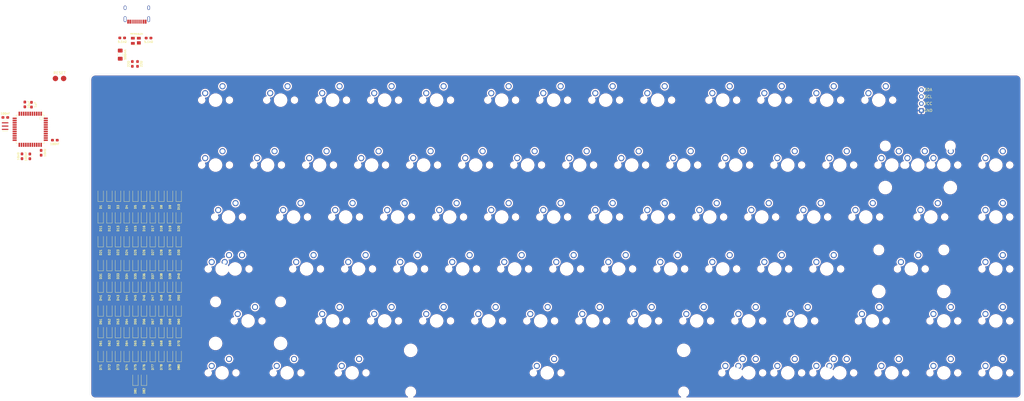
<source format=kicad_pcb>
(kicad_pcb (version 20171130) (host pcbnew "(5.1.4)-1")
  (layers (0 F.Cu signal) (31 B.Cu signal) (34 B.Paste user) (35 F.Paste user) (36 B.SilkS user) (37 F.SilkS user) (38 B.Mask user) (39 F.Mask user) (44 Edge.Cuts user))
  (net 0 "")
  (net 1 "Net-(D1-Pad2)")
  (net 2 "Net-(D2-Pad2)")
  (net 3 "Net-(D3-Pad2)")
  (net 4 "Net-(D4-Pad2)")
  (net 5 "Net-(D5-Pad2)")
  (net 6 "Net-(D6-Pad2)")
  (net 7 +5V)
  (net 8 GND)
  (net 9 "Net-(C5-Pad1)")
  (net 10 VCC)
  (net 11 DA-)
  (net 12 DA+)
  (net 13 "Net-(R1-Pad2)")
  (net 14 "Net-(R2-Pad2)")
  (net 15 DB+)
  (net 16 DB-)
  (net 17 "Net-(R5-Pad2)")
  (net 18 "Net-(R6-Pad2)")
  (net 19 "Net-(U1-Pad37)")
  (net 20 "Net-(U1-Pad10)")
  (net 21 "Net-(U1-Pad9)")
  (net 22 "Net-(U1-Pad1)")
  (net 23 "Net-(U1-Pad36)")
  (net 24 "Net-(U1-Pad25)")
  (net 25 "Net-(U1-Pad42)")
  (net 26 "Net-(U1-Pad17)")
  (net 27 "Net-(U1-Pad16)")
  (net 28 "Net-(USB1-Pad3)")
  (net 29 "Net-(USB1-Pad9)")
  (net 30 "Net-(U1-Pad41)")
  (net 31 "Net-(U1-Pad22)")
  (net 32 "Net-(U1-Pad30)")
  (net 33 "Net-(U1-Pad26)")
  (net 34 "Net-(U1-Pad38)")
  (net 35 "Net-(U1-Pad12)")
  (net 36 "Net-(U1-Pad8)")
  (net 37 "Net-(U1-Pad29)")
  (net 38 "Net-(U1-Pad40)")
  (net 39 "Net-(U1-Pad32)")
  (net 40 "Net-(U1-Pad20)")
  (net 41 "Net-(U1-Pad27)")
  (net 42 "Net-(U1-Pad28)")
  (net 43 "Net-(U1-Pad39)")
  (net 44 "Net-(U1-Pad31)")
  (net 45 "Net-(U1-Pad11)")
  (net 46 "Net-(U1-Pad21)")
  (net 47 I2C_SCL)
  (net 48 I2C_SDA)
  (net 49 row0)
  (net 50 "Net-(D7-Pad2)")
  (net 51 "Net-(D8-Pad2)")
  (net 52 "Net-(D9-Pad2)")
  (net 53 "Net-(D10-Pad2)")
  (net 54 "Net-(D11-Pad2)")
  (net 55 "Net-(D12-Pad2)")
  (net 56 "Net-(D13-Pad2)")
  (net 57 "Net-(D14-Pad2)")
  (net 58 row1)
  (net 59 "Net-(D15-Pad2)")
  (net 60 "Net-(D16-Pad2)")
  (net 61 "Net-(D17-Pad2)")
  (net 62 "Net-(D18-Pad2)")
  (net 63 "Net-(D19-Pad2)")
  (net 64 "Net-(D20-Pad2)")
  (net 65 "Net-(D21-Pad2)")
  (net 66 "Net-(D22-Pad2)")
  (net 67 "Net-(D23-Pad2)")
  (net 68 "Net-(D24-Pad2)")
  (net 69 "Net-(D25-Pad2)")
  (net 70 "Net-(D26-Pad2)")
  (net 71 "Net-(D27-Pad2)")
  (net 72 "Net-(D28-Pad2)")
  (net 73 "Net-(D29-Pad2)")
  (net 74 row2)
  (net 75 "Net-(D30-Pad2)")
  (net 76 "Net-(D31-Pad2)")
  (net 77 "Net-(D32-Pad2)")
  (net 78 "Net-(D33-Pad2)")
  (net 79 "Net-(D34-Pad2)")
  (net 80 "Net-(D35-Pad2)")
  (net 81 "Net-(D36-Pad2)")
  (net 82 "Net-(D37-Pad2)")
  (net 83 "Net-(D38-Pad2)")
  (net 84 "Net-(D39-Pad2)")
  (net 85 "Net-(D40-Pad2)")
  (net 86 "Net-(D41-Pad2)")
  (net 87 "Net-(D42-Pad2)")
  (net 88 "Net-(D43-Pad2)")
  (net 89 "Net-(D44-Pad2)")
  (net 90 row3)
  (net 91 "Net-(D45-Pad2)")
  (net 92 "Net-(D46-Pad2)")
  (net 93 "Net-(D47-Pad2)")
  (net 94 "Net-(D48-Pad2)")
  (net 95 "Net-(D49-Pad2)")
  (net 96 "Net-(D50-Pad2)")
  (net 97 "Net-(D51-Pad2)")
  (net 98 "Net-(D52-Pad2)")
  (net 99 "Net-(D53-Pad2)")
  (net 100 "Net-(D54-Pad2)")
  (net 101 "Net-(D55-Pad2)")
  (net 102 "Net-(D56-Pad2)")
  (net 103 "Net-(D57-Pad2)")
  (net 104 "Net-(D58-Pad2)")
  (net 105 "Net-(D59-Pad2)")
  (net 106 row4)
  (net 107 "Net-(D60-Pad2)")
  (net 108 "Net-(D61-Pad2)")
  (net 109 "Net-(D62-Pad2)")
  (net 110 "Net-(D63-Pad2)")
  (net 111 "Net-(D64-Pad2)")
  (net 112 "Net-(D65-Pad2)")
  (net 113 "Net-(D66-Pad2)")
  (net 114 "Net-(D67-Pad2)")
  (net 115 "Net-(D68-Pad2)")
  (net 116 "Net-(D69-Pad2)")
  (net 117 "Net-(D70-Pad2)")
  (net 118 "Net-(D71-Pad2)")
  (net 119 "Net-(D72-Pad2)")
  (net 120 "Net-(D73-Pad2)")
  (net 121 row5)
  (net 122 "Net-(D74-Pad2)")
  (net 123 "Net-(D75-Pad2)")
  (net 124 "Net-(D76-Pad2)")
  (net 125 "Net-(D77-Pad2)")
  (net 126 "Net-(D78-Pad2)")
  (net 127 "Net-(D79-Pad2)")
  (net 128 "Net-(D80-Pad2)")
  (net 129 "Net-(D81-Pad2)")
  (net 130 "Net-(D82-Pad2)")
  (net 131 col0)
  (net 132 col1)
  (net 133 col2)
  (net 134 col3)
  (net 135 col4)
  (net 136 col5)
  (net 137 col6)
  (net 138 col7)
  (net 139 col8)
  (net 140 col9)
  (net 141 col10)
  (net 142 col11)
  (net 143 col12)
  (net 144 col13)
  (net 145 col14)
  (module MX_Only:MXOnly-1.5U-NoLED (layer F.Cu) (at 245.26875 119.85625)
    (fp_text reference K_510A1)
    (fp_text value KC_RCTL)
    (pad 2 thru_hole circle (at 2.54 -5.08) (size 2.25 2.25) (drill 1.47) (layers *.Cu B.Mask) (net 141 col10))
    (pad "" np_thru_hole circle (at 0 0) (size 3.9878 3.9878) (drill 3.9878) (layers *.Cu *.Mask))
    (pad 1 thru_hole circle (at -3.81 -2.54) (size 2.25 2.25) (drill 1.47) (layers *.Cu B.Mask) (net 127 "Net-(D79-Pad2)"))
    (pad "" np_thru_hole circle (at -5.08 0 48.0996) (size 1.75 1.75) (drill 1.75) (layers *.Cu *.Mask))
    (pad "" np_thru_hole circle (at 5.08 0 48.0996) (size 1.75 1.75) (drill 1.75) (layers *.Cu *.Mask))
  )
  (module MX_Only:MXOnly-1.5U-NoLED (layer F.Cu) (at 216.69375 119.85625)
    (fp_text reference K_508A1)
    (fp_text value KC_)
    (pad 2 thru_hole circle (at 2.54 -5.08) (size 2.25 2.25) (drill 1.47) (layers *.Cu B.Mask) (net 139 col8))
    (pad "" np_thru_hole circle (at 0 0) (size 3.9878 3.9878) (drill 3.9878) (layers *.Cu *.Mask))
    (pad 1 thru_hole circle (at -3.81 -2.54) (size 2.25 2.25) (drill 1.47) (layers *.Cu B.Mask) (net 125 "Net-(D77-Pad2)"))
    (pad "" np_thru_hole circle (at -5.08 0 48.0996) (size 1.75 1.75) (drill 1.75) (layers *.Cu *.Mask))
    (pad "" np_thru_hole circle (at 5.08 0 48.0996) (size 1.75 1.75) (drill 1.75) (layers *.Cu *.Mask))
  )
  (module MX_Only:MXOnly-1.25U-NoLED (layer F.Cu) (at 23.8125 81.75625)
    (fp_text reference K_300A1)
    (fp_text value KC_CAPS)
    (pad 2 thru_hole circle (at 2.54 -5.08) (size 2.25 2.25) (drill 1.47) (layers *.Cu B.Mask) (net 131 col0))
    (pad "" np_thru_hole circle (at 0 0) (size 3.9878 3.9878) (drill 3.9878) (layers *.Cu *.Mask))
    (pad 1 thru_hole circle (at -3.81 -2.54) (size 2.25 2.25) (drill 1.47) (layers *.Cu B.Mask) (net 89 "Net-(D44-Pad2)"))
    (pad "" np_thru_hole circle (at -5.08 0 48.0996) (size 1.75 1.75) (drill 1.75) (layers *.Cu *.Mask))
    (pad "" np_thru_hole circle (at 5.08 0 48.0996) (size 1.75 1.75) (drill 1.75) (layers *.Cu *.Mask))
  )
  (module MX_Only:MXOnly-1U-NoLED (layer F.Cu) (at 269.08125 43.65625)
    (fp_text reference K_113A1)
    (fp_text value KC_BSPC)
    (pad 2 thru_hole circle (at 2.54 -5.08) (size 2.25 2.25) (drill 1.47) (layers *.Cu B.Mask) (net 144 col13))
    (pad "" np_thru_hole circle (at 0 0) (size 3.9878 3.9878) (drill 3.9878) (layers *.Cu *.Mask))
    (pad 1 thru_hole circle (at -3.81 -2.54) (size 2.25 2.25) (drill 1.47) (layers *.Cu B.Mask) (net 71 "Net-(D27-Pad2)"))
    (pad "" np_thru_hole circle (at -5.08 0 48.0996) (size 1.75 1.75) (drill 1.75) (layers *.Cu *.Mask))
    (pad "" np_thru_hole circle (at 5.08 0 48.0996) (size 1.75 1.75) (drill 1.75) (layers *.Cu *.Mask))
  )
  (module MX_Only:MXOnly-1U-NoLED (layer F.Cu) (at 307.18125 119.85625)
    (fp_text reference K_82)
    (fp_text value KC_RGHT)
    (pad 2 thru_hole circle (at 2.54 -5.08) (size 2.25 2.25) (drill 1.47) (layers *.Cu B.Mask) (net 145 col14))
    (pad "" np_thru_hole circle (at 0 0) (size 3.9878 3.9878) (drill 3.9878) (layers *.Cu *.Mask))
    (pad 1 thru_hole circle (at -3.81 -2.54) (size 2.25 2.25) (drill 1.47) (layers *.Cu B.Mask) (net 130 "Net-(D82-Pad2)"))
    (pad "" np_thru_hole circle (at -5.08 0 48.0996) (size 1.75 1.75) (drill 1.75) (layers *.Cu *.Mask))
    (pad "" np_thru_hole circle (at 5.08 0 48.0996) (size 1.75 1.75) (drill 1.75) (layers *.Cu *.Mask))
  )
  (module MX_Only:MXOnly-1U-NoLED (layer F.Cu) (at 288.13125 119.85625)
    (fp_text reference K_81)
    (fp_text value KC_DOWN)
    (pad 2 thru_hole circle (at 2.54 -5.08) (size 2.25 2.25) (drill 1.47) (layers *.Cu B.Mask) (net 143 col12))
    (pad "" np_thru_hole circle (at 0 0) (size 3.9878 3.9878) (drill 3.9878) (layers *.Cu *.Mask))
    (pad 1 thru_hole circle (at -3.81 -2.54) (size 2.25 2.25) (drill 1.47) (layers *.Cu B.Mask) (net 129 "Net-(D81-Pad2)"))
    (pad "" np_thru_hole circle (at -5.08 0 48.0996) (size 1.75 1.75) (drill 1.75) (layers *.Cu *.Mask))
    (pad "" np_thru_hole circle (at 5.08 0 48.0996) (size 1.75 1.75) (drill 1.75) (layers *.Cu *.Mask))
  )
  (module MX_Only:MXOnly-1U-NoLED (layer F.Cu) (at 269.08125 119.85625)
    (fp_text reference K_80)
    (fp_text value KC_LEFT)
    (pad 2 thru_hole circle (at 2.54 -5.08) (size 2.25 2.25) (drill 1.47) (layers *.Cu B.Mask) (net 142 col11))
    (pad "" np_thru_hole circle (at 0 0) (size 3.9878 3.9878) (drill 3.9878) (layers *.Cu *.Mask))
    (pad 1 thru_hole circle (at -3.81 -2.54) (size 2.25 2.25) (drill 1.47) (layers *.Cu B.Mask) (net 128 "Net-(D80-Pad2)"))
    (pad "" np_thru_hole circle (at -5.08 0 48.0996) (size 1.75 1.75) (drill 1.75) (layers *.Cu *.Mask))
    (pad "" np_thru_hole circle (at 5.08 0 48.0996) (size 1.75 1.75) (drill 1.75) (layers *.Cu *.Mask))
  )
  (module MX_Only:MXOnly-1U-NoLED (layer F.Cu) (at 250.03125 119.85625)
    (fp_text reference K_79)
    (fp_text value KC_RCTL)
    (pad 2 thru_hole circle (at 2.54 -5.08) (size 2.25 2.25) (drill 1.47) (layers *.Cu B.Mask) (net 141 col10))
    (pad "" np_thru_hole circle (at 0 0) (size 3.9878 3.9878) (drill 3.9878) (layers *.Cu *.Mask))
    (pad 1 thru_hole circle (at -3.81 -2.54) (size 2.25 2.25) (drill 1.47) (layers *.Cu B.Mask) (net 127 "Net-(D79-Pad2)"))
    (pad "" np_thru_hole circle (at -5.08 0 48.0996) (size 1.75 1.75) (drill 1.75) (layers *.Cu *.Mask))
    (pad "" np_thru_hole circle (at 5.08 0 48.0996) (size 1.75 1.75) (drill 1.75) (layers *.Cu *.Mask))
  )
  (module MX_Only:MXOnly-1U-NoLED (layer F.Cu) (at 230.98125 119.85625)
    (fp_text reference K_78)
    (fp_text value KC_RGUI)
    (pad 2 thru_hole circle (at 2.54 -5.08) (size 2.25 2.25) (drill 1.47) (layers *.Cu B.Mask) (net 140 col9))
    (pad "" np_thru_hole circle (at 0 0) (size 3.9878 3.9878) (drill 3.9878) (layers *.Cu *.Mask))
    (pad 1 thru_hole circle (at -3.81 -2.54) (size 2.25 2.25) (drill 1.47) (layers *.Cu B.Mask) (net 126 "Net-(D78-Pad2)"))
    (pad "" np_thru_hole circle (at -5.08 0 48.0996) (size 1.75 1.75) (drill 1.75) (layers *.Cu *.Mask))
    (pad "" np_thru_hole circle (at 5.08 0 48.0996) (size 1.75 1.75) (drill 1.75) (layers *.Cu *.Mask))
  )
  (module MX_Only:MXOnly-1U-NoLED (layer F.Cu) (at 211.93125 119.85625)
    (fp_text reference K_77)
    (fp_text value KC_RALT)
    (pad 2 thru_hole circle (at 2.54 -5.08) (size 2.25 2.25) (drill 1.47) (layers *.Cu B.Mask) (net 139 col8))
    (pad "" np_thru_hole circle (at 0 0) (size 3.9878 3.9878) (drill 3.9878) (layers *.Cu *.Mask))
    (pad 1 thru_hole circle (at -3.81 -2.54) (size 2.25 2.25) (drill 1.47) (layers *.Cu B.Mask) (net 125 "Net-(D77-Pad2)"))
    (pad "" np_thru_hole circle (at -5.08 0 48.0996) (size 1.75 1.75) (drill 1.75) (layers *.Cu *.Mask))
    (pad "" np_thru_hole circle (at 5.08 0 48.0996) (size 1.75 1.75) (drill 1.75) (layers *.Cu *.Mask))
  )
  (module MX_Only:MXOnly-6.25U-ReversedStabilizers-NoLED (layer F.Cu) (at 142.875 119.85625)
    (fp_text reference K_76)
    (fp_text value KC_SPC)
    (pad 2 thru_hole circle (at 2.54 -5.08) (size 2.25 2.25) (drill 1.47) (layers *.Cu B.Mask) (net 137 col6))
    (pad "" np_thru_hole circle (at 0 0) (size 3.9878 3.9878) (drill 3.9878) (layers *.Cu *.Mask))
    (pad 1 thru_hole circle (at -3.81 -2.54) (size 2.25 2.25) (drill 1.47) (layers *.Cu B.Mask) (net 124 "Net-(D76-Pad2)"))
    (pad "" np_thru_hole circle (at -5.08 0 48.0996) (size 1.75 1.75) (drill 1.75) (layers *.Cu *.Mask))
    (pad "" np_thru_hole circle (at 5.08 0 48.0996) (size 1.75 1.75) (drill 1.75) (layers *.Cu *.Mask))
    (pad "" np_thru_hole circle (at -49.9999 6.985) (size 3.048 3.048) (drill 3.048) (layers *.Cu *.Mask))
    (pad "" np_thru_hole circle (at 49.9999 6.985) (size 3.048 3.048) (drill 3.048) (layers *.Cu *.Mask))
    (pad "" np_thru_hole circle (at -49.9999 -8.255) (size 3.9878 3.9878) (drill 3.9878) (layers *.Cu *.Mask))
    (pad "" np_thru_hole circle (at 49.9999 -8.255) (size 3.9878 3.9878) (drill 3.9878) (layers *.Cu *.Mask))
  )
  (module MX_Only:MXOnly-1.25U-NoLED (layer F.Cu) (at 71.4375 119.85625)
    (fp_text reference K_75)
    (fp_text value KC_LALT)
    (pad 2 thru_hole circle (at 2.54 -5.08) (size 2.25 2.25) (drill 1.47) (layers *.Cu B.Mask) (net 133 col2))
    (pad "" np_thru_hole circle (at 0 0) (size 3.9878 3.9878) (drill 3.9878) (layers *.Cu *.Mask))
    (pad 1 thru_hole circle (at -3.81 -2.54) (size 2.25 2.25) (drill 1.47) (layers *.Cu B.Mask) (net 123 "Net-(D75-Pad2)"))
    (pad "" np_thru_hole circle (at -5.08 0 48.0996) (size 1.75 1.75) (drill 1.75) (layers *.Cu *.Mask))
    (pad "" np_thru_hole circle (at 5.08 0 48.0996) (size 1.75 1.75) (drill 1.75) (layers *.Cu *.Mask))
  )
  (module MX_Only:MXOnly-1.25U-NoLED (layer F.Cu) (at 47.625 119.85625)
    (fp_text reference K_74)
    (fp_text value KC_LGUI)
    (pad 2 thru_hole circle (at 2.54 -5.08) (size 2.25 2.25) (drill 1.47) (layers *.Cu B.Mask) (net 132 col1))
    (pad "" np_thru_hole circle (at 0 0) (size 3.9878 3.9878) (drill 3.9878) (layers *.Cu *.Mask))
    (pad 1 thru_hole circle (at -3.81 -2.54) (size 2.25 2.25) (drill 1.47) (layers *.Cu B.Mask) (net 122 "Net-(D74-Pad2)"))
    (pad "" np_thru_hole circle (at -5.08 0 48.0996) (size 1.75 1.75) (drill 1.75) (layers *.Cu *.Mask))
    (pad "" np_thru_hole circle (at 5.08 0 48.0996) (size 1.75 1.75) (drill 1.75) (layers *.Cu *.Mask))
  )
  (module MX_Only:MXOnly-1.25U-NoLED (layer F.Cu) (at 23.8125 119.85625)
    (fp_text reference K_73)
    (fp_text value KC_LCTL)
    (pad 2 thru_hole circle (at 2.54 -5.08) (size 2.25 2.25) (drill 1.47) (layers *.Cu B.Mask) (net 131 col0))
    (pad "" np_thru_hole circle (at 0 0) (size 3.9878 3.9878) (drill 3.9878) (layers *.Cu *.Mask))
    (pad 1 thru_hole circle (at -3.81 -2.54) (size 2.25 2.25) (drill 1.47) (layers *.Cu B.Mask) (net 120 "Net-(D73-Pad2)"))
    (pad "" np_thru_hole circle (at -5.08 0 48.0996) (size 1.75 1.75) (drill 1.75) (layers *.Cu *.Mask))
    (pad "" np_thru_hole circle (at 5.08 0 48.0996) (size 1.75 1.75) (drill 1.75) (layers *.Cu *.Mask))
  )
  (module MX_Only:MXOnly-1U-NoLED (layer F.Cu) (at 307.18125 100.80625)
    (fp_text reference K_72)
    (fp_text value KC_END)
    (pad 2 thru_hole circle (at 2.54 -5.08) (size 2.25 2.25) (drill 1.47) (layers *.Cu B.Mask) (net 145 col14))
    (pad "" np_thru_hole circle (at 0 0) (size 3.9878 3.9878) (drill 3.9878) (layers *.Cu *.Mask))
    (pad 1 thru_hole circle (at -3.81 -2.54) (size 2.25 2.25) (drill 1.47) (layers *.Cu B.Mask) (net 119 "Net-(D72-Pad2)"))
    (pad "" np_thru_hole circle (at -5.08 0 48.0996) (size 1.75 1.75) (drill 1.75) (layers *.Cu *.Mask))
    (pad "" np_thru_hole circle (at 5.08 0 48.0996) (size 1.75 1.75) (drill 1.75) (layers *.Cu *.Mask))
  )
  (module MX_Only:MXOnly-1U-NoLED (layer F.Cu) (at 288.13125 100.80625)
    (fp_text reference K_71)
    (fp_text value KC_UP)
    (pad 2 thru_hole circle (at 2.54 -5.08) (size 2.25 2.25) (drill 1.47) (layers *.Cu B.Mask) (net 143 col12))
    (pad "" np_thru_hole circle (at 0 0) (size 3.9878 3.9878) (drill 3.9878) (layers *.Cu *.Mask))
    (pad 1 thru_hole circle (at -3.81 -2.54) (size 2.25 2.25) (drill 1.47) (layers *.Cu B.Mask) (net 118 "Net-(D71-Pad2)"))
    (pad "" np_thru_hole circle (at -5.08 0 48.0996) (size 1.75 1.75) (drill 1.75) (layers *.Cu *.Mask))
    (pad "" np_thru_hole circle (at 5.08 0 48.0996) (size 1.75 1.75) (drill 1.75) (layers *.Cu *.Mask))
  )
  (module MX_Only:MXOnly-1.75U-NoLED (layer F.Cu) (at 261.9375 100.80625)
    (fp_text reference K_70)
    (fp_text value KC_RSFT)
    (pad 2 thru_hole circle (at 2.54 -5.08) (size 2.25 2.25) (drill 1.47) (layers *.Cu B.Mask) (net 142 col11))
    (pad "" np_thru_hole circle (at 0 0) (size 3.9878 3.9878) (drill 3.9878) (layers *.Cu *.Mask))
    (pad 1 thru_hole circle (at -3.81 -2.54) (size 2.25 2.25) (drill 1.47) (layers *.Cu B.Mask) (net 117 "Net-(D70-Pad2)"))
    (pad "" np_thru_hole circle (at -5.08 0 48.0996) (size 1.75 1.75) (drill 1.75) (layers *.Cu *.Mask))
    (pad "" np_thru_hole circle (at 5.08 0 48.0996) (size 1.75 1.75) (drill 1.75) (layers *.Cu *.Mask))
  )
  (module MX_Only:MXOnly-1U-NoLED (layer F.Cu) (at 235.74375 100.80625)
    (fp_text reference K_69)
    (fp_text value KC_SLSH)
    (pad 2 thru_hole circle (at 2.54 -5.08) (size 2.25 2.25) (drill 1.47) (layers *.Cu B.Mask) (net 141 col10))
    (pad "" np_thru_hole circle (at 0 0) (size 3.9878 3.9878) (drill 3.9878) (layers *.Cu *.Mask))
    (pad 1 thru_hole circle (at -3.81 -2.54) (size 2.25 2.25) (drill 1.47) (layers *.Cu B.Mask) (net 116 "Net-(D69-Pad2)"))
    (pad "" np_thru_hole circle (at -5.08 0 48.0996) (size 1.75 1.75) (drill 1.75) (layers *.Cu *.Mask))
    (pad "" np_thru_hole circle (at 5.08 0 48.0996) (size 1.75 1.75) (drill 1.75) (layers *.Cu *.Mask))
  )
  (module MX_Only:MXOnly-1U-NoLED (layer F.Cu) (at 216.69375 100.80625)
    (fp_text reference K_68)
    (fp_text value KC_DOT)
    (pad 2 thru_hole circle (at 2.54 -5.08) (size 2.25 2.25) (drill 1.47) (layers *.Cu B.Mask) (net 140 col9))
    (pad "" np_thru_hole circle (at 0 0) (size 3.9878 3.9878) (drill 3.9878) (layers *.Cu *.Mask))
    (pad 1 thru_hole circle (at -3.81 -2.54) (size 2.25 2.25) (drill 1.47) (layers *.Cu B.Mask) (net 115 "Net-(D68-Pad2)"))
    (pad "" np_thru_hole circle (at -5.08 0 48.0996) (size 1.75 1.75) (drill 1.75) (layers *.Cu *.Mask))
    (pad "" np_thru_hole circle (at 5.08 0 48.0996) (size 1.75 1.75) (drill 1.75) (layers *.Cu *.Mask))
  )
  (module MX_Only:MXOnly-1U-NoLED (layer F.Cu) (at 197.64375 100.80625)
    (fp_text reference K_67)
    (fp_text value KC_COMM)
    (pad 2 thru_hole circle (at 2.54 -5.08) (size 2.25 2.25) (drill 1.47) (layers *.Cu B.Mask) (net 139 col8))
    (pad "" np_thru_hole circle (at 0 0) (size 3.9878 3.9878) (drill 3.9878) (layers *.Cu *.Mask))
    (pad 1 thru_hole circle (at -3.81 -2.54) (size 2.25 2.25) (drill 1.47) (layers *.Cu B.Mask) (net 114 "Net-(D67-Pad2)"))
    (pad "" np_thru_hole circle (at -5.08 0 48.0996) (size 1.75 1.75) (drill 1.75) (layers *.Cu *.Mask))
    (pad "" np_thru_hole circle (at 5.08 0 48.0996) (size 1.75 1.75) (drill 1.75) (layers *.Cu *.Mask))
  )
  (module MX_Only:MXOnly-1U-NoLED (layer F.Cu) (at 178.59375 100.80625)
    (fp_text reference K_66)
    (fp_text value KC_M)
    (pad 2 thru_hole circle (at 2.54 -5.08) (size 2.25 2.25) (drill 1.47) (layers *.Cu B.Mask) (net 138 col7))
    (pad "" np_thru_hole circle (at 0 0) (size 3.9878 3.9878) (drill 3.9878) (layers *.Cu *.Mask))
    (pad 1 thru_hole circle (at -3.81 -2.54) (size 2.25 2.25) (drill 1.47) (layers *.Cu B.Mask) (net 113 "Net-(D66-Pad2)"))
    (pad "" np_thru_hole circle (at -5.08 0 48.0996) (size 1.75 1.75) (drill 1.75) (layers *.Cu *.Mask))
    (pad "" np_thru_hole circle (at 5.08 0 48.0996) (size 1.75 1.75) (drill 1.75) (layers *.Cu *.Mask))
  )
  (module MX_Only:MXOnly-1U-NoLED (layer F.Cu) (at 159.54375 100.80625)
    (fp_text reference K_65)
    (fp_text value KC_N)
    (pad 2 thru_hole circle (at 2.54 -5.08) (size 2.25 2.25) (drill 1.47) (layers *.Cu B.Mask) (net 137 col6))
    (pad "" np_thru_hole circle (at 0 0) (size 3.9878 3.9878) (drill 3.9878) (layers *.Cu *.Mask))
    (pad 1 thru_hole circle (at -3.81 -2.54) (size 2.25 2.25) (drill 1.47) (layers *.Cu B.Mask) (net 112 "Net-(D65-Pad2)"))
    (pad "" np_thru_hole circle (at -5.08 0 48.0996) (size 1.75 1.75) (drill 1.75) (layers *.Cu *.Mask))
    (pad "" np_thru_hole circle (at 5.08 0 48.0996) (size 1.75 1.75) (drill 1.75) (layers *.Cu *.Mask))
  )
  (module MX_Only:MXOnly-1U-NoLED (layer F.Cu) (at 140.49375 100.80625)
    (fp_text reference K_64)
    (fp_text value KC_B)
    (pad 2 thru_hole circle (at 2.54 -5.08) (size 2.25 2.25) (drill 1.47) (layers *.Cu B.Mask) (net 136 col5))
    (pad "" np_thru_hole circle (at 0 0) (size 3.9878 3.9878) (drill 3.9878) (layers *.Cu *.Mask))
    (pad 1 thru_hole circle (at -3.81 -2.54) (size 2.25 2.25) (drill 1.47) (layers *.Cu B.Mask) (net 111 "Net-(D64-Pad2)"))
    (pad "" np_thru_hole circle (at -5.08 0 48.0996) (size 1.75 1.75) (drill 1.75) (layers *.Cu *.Mask))
    (pad "" np_thru_hole circle (at 5.08 0 48.0996) (size 1.75 1.75) (drill 1.75) (layers *.Cu *.Mask))
  )
  (module MX_Only:MXOnly-1U-NoLED (layer F.Cu) (at 121.44375 100.80625)
    (fp_text reference K_63)
    (fp_text value KC_V)
    (pad 2 thru_hole circle (at 2.54 -5.08) (size 2.25 2.25) (drill 1.47) (layers *.Cu B.Mask) (net 135 col4))
    (pad "" np_thru_hole circle (at 0 0) (size 3.9878 3.9878) (drill 3.9878) (layers *.Cu *.Mask))
    (pad 1 thru_hole circle (at -3.81 -2.54) (size 2.25 2.25) (drill 1.47) (layers *.Cu B.Mask) (net 110 "Net-(D63-Pad2)"))
    (pad "" np_thru_hole circle (at -5.08 0 48.0996) (size 1.75 1.75) (drill 1.75) (layers *.Cu *.Mask))
    (pad "" np_thru_hole circle (at 5.08 0 48.0996) (size 1.75 1.75) (drill 1.75) (layers *.Cu *.Mask))
  )
  (module MX_Only:MXOnly-1U-NoLED (layer F.Cu) (at 102.39375 100.80625)
    (fp_text reference K_62)
    (fp_text value KC_C)
    (pad 2 thru_hole circle (at 2.54 -5.08) (size 2.25 2.25) (drill 1.47) (layers *.Cu B.Mask) (net 134 col3))
    (pad "" np_thru_hole circle (at 0 0) (size 3.9878 3.9878) (drill 3.9878) (layers *.Cu *.Mask))
    (pad 1 thru_hole circle (at -3.81 -2.54) (size 2.25 2.25) (drill 1.47) (layers *.Cu B.Mask) (net 109 "Net-(D62-Pad2)"))
    (pad "" np_thru_hole circle (at -5.08 0 48.0996) (size 1.75 1.75) (drill 1.75) (layers *.Cu *.Mask))
    (pad "" np_thru_hole circle (at 5.08 0 48.0996) (size 1.75 1.75) (drill 1.75) (layers *.Cu *.Mask))
  )
  (module MX_Only:MXOnly-1U-NoLED (layer F.Cu) (at 83.34375 100.80625)
    (fp_text reference K_61)
    (fp_text value KC_X)
    (pad 2 thru_hole circle (at 2.54 -5.08) (size 2.25 2.25) (drill 1.47) (layers *.Cu B.Mask) (net 133 col2))
    (pad "" np_thru_hole circle (at 0 0) (size 3.9878 3.9878) (drill 3.9878) (layers *.Cu *.Mask))
    (pad 1 thru_hole circle (at -3.81 -2.54) (size 2.25 2.25) (drill 1.47) (layers *.Cu B.Mask) (net 108 "Net-(D61-Pad2)"))
    (pad "" np_thru_hole circle (at -5.08 0 48.0996) (size 1.75 1.75) (drill 1.75) (layers *.Cu *.Mask))
    (pad "" np_thru_hole circle (at 5.08 0 48.0996) (size 1.75 1.75) (drill 1.75) (layers *.Cu *.Mask))
  )
  (module MX_Only:MXOnly-1U-NoLED (layer F.Cu) (at 64.29375 100.80625)
    (fp_text reference K_60)
    (fp_text value KC_Z)
    (pad 2 thru_hole circle (at 2.54 -5.08) (size 2.25 2.25) (drill 1.47) (layers *.Cu B.Mask) (net 132 col1))
    (pad "" np_thru_hole circle (at 0 0) (size 3.9878 3.9878) (drill 3.9878) (layers *.Cu *.Mask))
    (pad 1 thru_hole circle (at -3.81 -2.54) (size 2.25 2.25) (drill 1.47) (layers *.Cu B.Mask) (net 107 "Net-(D60-Pad2)"))
    (pad "" np_thru_hole circle (at -5.08 0 48.0996) (size 1.75 1.75) (drill 1.75) (layers *.Cu *.Mask))
    (pad "" np_thru_hole circle (at 5.08 0 48.0996) (size 1.75 1.75) (drill 1.75) (layers *.Cu *.Mask))
  )
  (module MX_Only:MXOnly-2.25U-NoLED (layer F.Cu) (at 33.3375 100.80625)
    (fp_text reference K_59)
    (fp_text value KC_LSFT)
    (pad 2 thru_hole circle (at 2.54 -5.08) (size 2.25 2.25) (drill 1.47) (layers *.Cu B.Mask) (net 131 col0))
    (pad "" np_thru_hole circle (at 0 0) (size 3.9878 3.9878) (drill 3.9878) (layers *.Cu *.Mask))
    (pad 1 thru_hole circle (at -3.81 -2.54) (size 2.25 2.25) (drill 1.47) (layers *.Cu B.Mask) (net 105 "Net-(D59-Pad2)"))
    (pad "" np_thru_hole circle (at -5.08 0 48.0996) (size 1.75 1.75) (drill 1.75) (layers *.Cu *.Mask))
    (pad "" np_thru_hole circle (at 5.08 0 48.0996) (size 1.75 1.75) (drill 1.75) (layers *.Cu *.Mask))
    (pad "" np_thru_hole circle (at -11.90625 -6.985) (size 3.048 3.048) (drill 3.048) (layers *.Cu *.Mask))
    (pad "" np_thru_hole circle (at 11.90625 -6.985) (size 3.048 3.048) (drill 3.048) (layers *.Cu *.Mask))
    (pad "" np_thru_hole circle (at -11.90625 8.255) (size 3.9878 3.9878) (drill 3.9878) (layers *.Cu *.Mask))
    (pad "" np_thru_hole circle (at 11.90625 8.255) (size 3.9878 3.9878) (drill 3.9878) (layers *.Cu *.Mask))
  )
  (module MX_Only:MXOnly-1U-NoLED (layer F.Cu) (at 307.18125 81.75625)
    (fp_text reference K_58)
    (fp_text value KC_HOME)
    (pad 2 thru_hole circle (at 2.54 -5.08) (size 2.25 2.25) (drill 1.47) (layers *.Cu B.Mask) (net 145 col14))
    (pad "" np_thru_hole circle (at 0 0) (size 3.9878 3.9878) (drill 3.9878) (layers *.Cu *.Mask))
    (pad 1 thru_hole circle (at -3.81 -2.54) (size 2.25 2.25) (drill 1.47) (layers *.Cu B.Mask) (net 104 "Net-(D58-Pad2)"))
    (pad "" np_thru_hole circle (at -5.08 0 48.0996) (size 1.75 1.75) (drill 1.75) (layers *.Cu *.Mask))
    (pad "" np_thru_hole circle (at 5.08 0 48.0996) (size 1.75 1.75) (drill 1.75) (layers *.Cu *.Mask))
  )
  (module MX_Only:MXOnly-1U-NoLED (layer F.Cu) (at 288.13125 43.65625)
    (fp_text reference K_57)
    (fp_text value KC_BSLS)
    (pad 2 thru_hole circle (at 2.54 -5.08) (size 2.25 2.25) (drill 1.47) (layers *.Cu B.Mask) (net 144 col13))
    (pad "" np_thru_hole circle (at 0 0) (size 3.9878 3.9878) (drill 3.9878) (layers *.Cu *.Mask))
    (pad 1 thru_hole circle (at -3.81 -2.54) (size 2.25 2.25) (drill 1.47) (layers *.Cu B.Mask) (net 103 "Net-(D57-Pad2)"))
    (pad "" np_thru_hole circle (at -5.08 0 48.0996) (size 1.75 1.75) (drill 1.75) (layers *.Cu *.Mask))
    (pad "" np_thru_hole circle (at 5.08 0 48.0996) (size 1.75 1.75) (drill 1.75) (layers *.Cu *.Mask))
  )
  (module MX_Only:MXOnly-2.25U-NoLED (layer F.Cu) (at 276.225 81.75625)
    (fp_text reference K_56)
    (fp_text value KC_ENT)
    (pad 2 thru_hole circle (at 2.54 -5.08) (size 2.25 2.25) (drill 1.47) (layers *.Cu B.Mask) (net 143 col12))
    (pad "" np_thru_hole circle (at 0 0) (size 3.9878 3.9878) (drill 3.9878) (layers *.Cu *.Mask))
    (pad 1 thru_hole circle (at -3.81 -2.54) (size 2.25 2.25) (drill 1.47) (layers *.Cu B.Mask) (net 102 "Net-(D56-Pad2)"))
    (pad "" np_thru_hole circle (at -5.08 0 48.0996) (size 1.75 1.75) (drill 1.75) (layers *.Cu *.Mask))
    (pad "" np_thru_hole circle (at 5.08 0 48.0996) (size 1.75 1.75) (drill 1.75) (layers *.Cu *.Mask))
    (pad "" np_thru_hole circle (at -11.90625 -6.985) (size 3.048 3.048) (drill 3.048) (layers *.Cu *.Mask))
    (pad "" np_thru_hole circle (at 11.90625 -6.985) (size 3.048 3.048) (drill 3.048) (layers *.Cu *.Mask))
    (pad "" np_thru_hole circle (at -11.90625 8.255) (size 3.9878 3.9878) (drill 3.9878) (layers *.Cu *.Mask))
    (pad "" np_thru_hole circle (at 11.90625 8.255) (size 3.9878 3.9878) (drill 3.9878) (layers *.Cu *.Mask))
  )
  (module MX_Only:MXOnly-1U-NoLED (layer F.Cu) (at 245.26875 81.75625)
    (fp_text reference K_55)
    (fp_text value KC_QUOT)
    (pad 2 thru_hole circle (at 2.54 -5.08) (size 2.25 2.25) (drill 1.47) (layers *.Cu B.Mask) (net 142 col11))
    (pad "" np_thru_hole circle (at 0 0) (size 3.9878 3.9878) (drill 3.9878) (layers *.Cu *.Mask))
    (pad 1 thru_hole circle (at -3.81 -2.54) (size 2.25 2.25) (drill 1.47) (layers *.Cu B.Mask) (net 101 "Net-(D55-Pad2)"))
    (pad "" np_thru_hole circle (at -5.08 0 48.0996) (size 1.75 1.75) (drill 1.75) (layers *.Cu *.Mask))
    (pad "" np_thru_hole circle (at 5.08 0 48.0996) (size 1.75 1.75) (drill 1.75) (layers *.Cu *.Mask))
  )
  (module MX_Only:MXOnly-1U-NoLED (layer F.Cu) (at 226.21875 81.75625)
    (fp_text reference K_54)
    (fp_text value KC_SCLN)
    (pad 2 thru_hole circle (at 2.54 -5.08) (size 2.25 2.25) (drill 1.47) (layers *.Cu B.Mask) (net 141 col10))
    (pad "" np_thru_hole circle (at 0 0) (size 3.9878 3.9878) (drill 3.9878) (layers *.Cu *.Mask))
    (pad 1 thru_hole circle (at -3.81 -2.54) (size 2.25 2.25) (drill 1.47) (layers *.Cu B.Mask) (net 100 "Net-(D54-Pad2)"))
    (pad "" np_thru_hole circle (at -5.08 0 48.0996) (size 1.75 1.75) (drill 1.75) (layers *.Cu *.Mask))
    (pad "" np_thru_hole circle (at 5.08 0 48.0996) (size 1.75 1.75) (drill 1.75) (layers *.Cu *.Mask))
  )
  (module MX_Only:MXOnly-1U-NoLED (layer F.Cu) (at 207.16875 81.75625)
    (fp_text reference K_53)
    (fp_text value KC_L)
    (pad 2 thru_hole circle (at 2.54 -5.08) (size 2.25 2.25) (drill 1.47) (layers *.Cu B.Mask) (net 140 col9))
    (pad "" np_thru_hole circle (at 0 0) (size 3.9878 3.9878) (drill 3.9878) (layers *.Cu *.Mask))
    (pad 1 thru_hole circle (at -3.81 -2.54) (size 2.25 2.25) (drill 1.47) (layers *.Cu B.Mask) (net 99 "Net-(D53-Pad2)"))
    (pad "" np_thru_hole circle (at -5.08 0 48.0996) (size 1.75 1.75) (drill 1.75) (layers *.Cu *.Mask))
    (pad "" np_thru_hole circle (at 5.08 0 48.0996) (size 1.75 1.75) (drill 1.75) (layers *.Cu *.Mask))
  )
  (module MX_Only:MXOnly-1U-NoLED (layer F.Cu) (at 188.11875 81.75625)
    (fp_text reference K_52)
    (fp_text value KC_K)
    (pad 2 thru_hole circle (at 2.54 -5.08) (size 2.25 2.25) (drill 1.47) (layers *.Cu B.Mask) (net 139 col8))
    (pad "" np_thru_hole circle (at 0 0) (size 3.9878 3.9878) (drill 3.9878) (layers *.Cu *.Mask))
    (pad 1 thru_hole circle (at -3.81 -2.54) (size 2.25 2.25) (drill 1.47) (layers *.Cu B.Mask) (net 98 "Net-(D52-Pad2)"))
    (pad "" np_thru_hole circle (at -5.08 0 48.0996) (size 1.75 1.75) (drill 1.75) (layers *.Cu *.Mask))
    (pad "" np_thru_hole circle (at 5.08 0 48.0996) (size 1.75 1.75) (drill 1.75) (layers *.Cu *.Mask))
  )
  (module MX_Only:MXOnly-1U-NoLED (layer F.Cu) (at 169.06875 81.75625)
    (fp_text reference K_51)
    (fp_text value KC_J)
    (pad 2 thru_hole circle (at 2.54 -5.08) (size 2.25 2.25) (drill 1.47) (layers *.Cu B.Mask) (net 138 col7))
    (pad "" np_thru_hole circle (at 0 0) (size 3.9878 3.9878) (drill 3.9878) (layers *.Cu *.Mask))
    (pad 1 thru_hole circle (at -3.81 -2.54) (size 2.25 2.25) (drill 1.47) (layers *.Cu B.Mask) (net 97 "Net-(D51-Pad2)"))
    (pad "" np_thru_hole circle (at -5.08 0 48.0996) (size 1.75 1.75) (drill 1.75) (layers *.Cu *.Mask))
    (pad "" np_thru_hole circle (at 5.08 0 48.0996) (size 1.75 1.75) (drill 1.75) (layers *.Cu *.Mask))
  )
  (module MX_Only:MXOnly-1U-NoLED (layer F.Cu) (at 150.01875 81.75625)
    (fp_text reference K_50)
    (fp_text value KC_H)
    (pad 2 thru_hole circle (at 2.54 -5.08) (size 2.25 2.25) (drill 1.47) (layers *.Cu B.Mask) (net 137 col6))
    (pad "" np_thru_hole circle (at 0 0) (size 3.9878 3.9878) (drill 3.9878) (layers *.Cu *.Mask))
    (pad 1 thru_hole circle (at -3.81 -2.54) (size 2.25 2.25) (drill 1.47) (layers *.Cu B.Mask) (net 96 "Net-(D50-Pad2)"))
    (pad "" np_thru_hole circle (at -5.08 0 48.0996) (size 1.75 1.75) (drill 1.75) (layers *.Cu *.Mask))
    (pad "" np_thru_hole circle (at 5.08 0 48.0996) (size 1.75 1.75) (drill 1.75) (layers *.Cu *.Mask))
  )
  (module MX_Only:MXOnly-1U-NoLED (layer F.Cu) (at 130.96875 81.75625)
    (fp_text reference K_49)
    (fp_text value KC_G)
    (pad 2 thru_hole circle (at 2.54 -5.08) (size 2.25 2.25) (drill 1.47) (layers *.Cu B.Mask) (net 136 col5))
    (pad "" np_thru_hole circle (at 0 0) (size 3.9878 3.9878) (drill 3.9878) (layers *.Cu *.Mask))
    (pad 1 thru_hole circle (at -3.81 -2.54) (size 2.25 2.25) (drill 1.47) (layers *.Cu B.Mask) (net 95 "Net-(D49-Pad2)"))
    (pad "" np_thru_hole circle (at -5.08 0 48.0996) (size 1.75 1.75) (drill 1.75) (layers *.Cu *.Mask))
    (pad "" np_thru_hole circle (at 5.08 0 48.0996) (size 1.75 1.75) (drill 1.75) (layers *.Cu *.Mask))
  )
  (module MX_Only:MXOnly-1U-NoLED (layer F.Cu) (at 111.91875 81.75625)
    (fp_text reference K_48)
    (fp_text value KC_F)
    (pad 2 thru_hole circle (at 2.54 -5.08) (size 2.25 2.25) (drill 1.47) (layers *.Cu B.Mask) (net 135 col4))
    (pad "" np_thru_hole circle (at 0 0) (size 3.9878 3.9878) (drill 3.9878) (layers *.Cu *.Mask))
    (pad 1 thru_hole circle (at -3.81 -2.54) (size 2.25 2.25) (drill 1.47) (layers *.Cu B.Mask) (net 94 "Net-(D48-Pad2)"))
    (pad "" np_thru_hole circle (at -5.08 0 48.0996) (size 1.75 1.75) (drill 1.75) (layers *.Cu *.Mask))
    (pad "" np_thru_hole circle (at 5.08 0 48.0996) (size 1.75 1.75) (drill 1.75) (layers *.Cu *.Mask))
  )
  (module MX_Only:MXOnly-1U-NoLED (layer F.Cu) (at 92.86875 81.75625)
    (fp_text reference K_47)
    (fp_text value KC_D)
    (pad 2 thru_hole circle (at 2.54 -5.08) (size 2.25 2.25) (drill 1.47) (layers *.Cu B.Mask) (net 134 col3))
    (pad "" np_thru_hole circle (at 0 0) (size 3.9878 3.9878) (drill 3.9878) (layers *.Cu *.Mask))
    (pad 1 thru_hole circle (at -3.81 -2.54) (size 2.25 2.25) (drill 1.47) (layers *.Cu B.Mask) (net 93 "Net-(D47-Pad2)"))
    (pad "" np_thru_hole circle (at -5.08 0 48.0996) (size 1.75 1.75) (drill 1.75) (layers *.Cu *.Mask))
    (pad "" np_thru_hole circle (at 5.08 0 48.0996) (size 1.75 1.75) (drill 1.75) (layers *.Cu *.Mask))
  )
  (module MX_Only:MXOnly-1U-NoLED (layer F.Cu) (at 73.81875 81.75625)
    (fp_text reference K_46)
    (fp_text value KC_S)
    (pad 2 thru_hole circle (at 2.54 -5.08) (size 2.25 2.25) (drill 1.47) (layers *.Cu B.Mask) (net 133 col2))
    (pad "" np_thru_hole circle (at 0 0) (size 3.9878 3.9878) (drill 3.9878) (layers *.Cu *.Mask))
    (pad 1 thru_hole circle (at -3.81 -2.54) (size 2.25 2.25) (drill 1.47) (layers *.Cu B.Mask) (net 92 "Net-(D46-Pad2)"))
    (pad "" np_thru_hole circle (at -5.08 0 48.0996) (size 1.75 1.75) (drill 1.75) (layers *.Cu *.Mask))
    (pad "" np_thru_hole circle (at 5.08 0 48.0996) (size 1.75 1.75) (drill 1.75) (layers *.Cu *.Mask))
  )
  (module MX_Only:MXOnly-1U-NoLED (layer F.Cu) (at 54.76875 81.75625)
    (fp_text reference K_45)
    (fp_text value KC_A)
    (pad 2 thru_hole circle (at 2.54 -5.08) (size 2.25 2.25) (drill 1.47) (layers *.Cu B.Mask) (net 132 col1))
    (pad "" np_thru_hole circle (at 0 0) (size 3.9878 3.9878) (drill 3.9878) (layers *.Cu *.Mask))
    (pad 1 thru_hole circle (at -3.81 -2.54) (size 2.25 2.25) (drill 1.47) (layers *.Cu B.Mask) (net 91 "Net-(D45-Pad2)"))
    (pad "" np_thru_hole circle (at -5.08 0 48.0996) (size 1.75 1.75) (drill 1.75) (layers *.Cu *.Mask))
    (pad "" np_thru_hole circle (at 5.08 0 48.0996) (size 1.75 1.75) (drill 1.75) (layers *.Cu *.Mask))
  )
  (module MX_Only:MXOnly-1.75U-NoLED (layer F.Cu) (at 28.575 81.75625)
    (fp_text reference K_44)
    (fp_text value KC_CAPS)
    (pad 2 thru_hole circle (at 2.54 -5.08) (size 2.25 2.25) (drill 1.47) (layers *.Cu B.Mask) (net 131 col0))
    (pad "" np_thru_hole circle (at 0 0) (size 3.9878 3.9878) (drill 3.9878) (layers *.Cu *.Mask))
    (pad 1 thru_hole circle (at -3.81 -2.54) (size 2.25 2.25) (drill 1.47) (layers *.Cu B.Mask) (net 89 "Net-(D44-Pad2)"))
    (pad "" np_thru_hole circle (at -5.08 0 48.0996) (size 1.75 1.75) (drill 1.75) (layers *.Cu *.Mask))
    (pad "" np_thru_hole circle (at 5.08 0 48.0996) (size 1.75 1.75) (drill 1.75) (layers *.Cu *.Mask))
  )
  (module MX_Only:MXOnly-1U-NoLED (layer F.Cu) (at 307.18125 62.70625)
    (fp_text reference K_43)
    (fp_text value KC_INS)
    (pad 2 thru_hole circle (at 2.54 -5.08) (size 2.25 2.25) (drill 1.47) (layers *.Cu B.Mask) (net 145 col14))
    (pad "" np_thru_hole circle (at 0 0) (size 3.9878 3.9878) (drill 3.9878) (layers *.Cu *.Mask))
    (pad 1 thru_hole circle (at -3.81 -2.54) (size 2.25 2.25) (drill 1.47) (layers *.Cu B.Mask) (net 88 "Net-(D43-Pad2)"))
    (pad "" np_thru_hole circle (at -5.08 0 48.0996) (size 1.75 1.75) (drill 1.75) (layers *.Cu *.Mask))
    (pad "" np_thru_hole circle (at 5.08 0 48.0996) (size 1.75 1.75) (drill 1.75) (layers *.Cu *.Mask))
  )
  (module MX_Only:MXOnly-1.5U-NoLED (layer F.Cu) (at 283.36875 62.70625)
    (fp_text reference K_42)
    (fp_text value KC_BSLS)
    (pad 2 thru_hole circle (at 2.54 -5.08) (size 2.25 2.25) (drill 1.47) (layers *.Cu B.Mask) (net 144 col13))
    (pad "" np_thru_hole circle (at 0 0) (size 3.9878 3.9878) (drill 3.9878) (layers *.Cu *.Mask))
    (pad 1 thru_hole circle (at -3.81 -2.54) (size 2.25 2.25) (drill 1.47) (layers *.Cu B.Mask) (net 87 "Net-(D42-Pad2)"))
    (pad "" np_thru_hole circle (at -5.08 0 48.0996) (size 1.75 1.75) (drill 1.75) (layers *.Cu *.Mask))
    (pad "" np_thru_hole circle (at 5.08 0 48.0996) (size 1.75 1.75) (drill 1.75) (layers *.Cu *.Mask))
  )
  (module MX_Only:MXOnly-1U-NoLED (layer F.Cu) (at 259.55625 62.70625)
    (fp_text reference K_41)
    (fp_text value KC_RBRC)
    (pad 2 thru_hole circle (at 2.54 -5.08) (size 2.25 2.25) (drill 1.47) (layers *.Cu B.Mask) (net 143 col12))
    (pad "" np_thru_hole circle (at 0 0) (size 3.9878 3.9878) (drill 3.9878) (layers *.Cu *.Mask))
    (pad 1 thru_hole circle (at -3.81 -2.54) (size 2.25 2.25) (drill 1.47) (layers *.Cu B.Mask) (net 86 "Net-(D41-Pad2)"))
    (pad "" np_thru_hole circle (at -5.08 0 48.0996) (size 1.75 1.75) (drill 1.75) (layers *.Cu *.Mask))
    (pad "" np_thru_hole circle (at 5.08 0 48.0996) (size 1.75 1.75) (drill 1.75) (layers *.Cu *.Mask))
  )
  (module MX_Only:MXOnly-1U-NoLED (layer F.Cu) (at 240.50625 62.70625)
    (fp_text reference K_40)
    (fp_text value KC_LBRC)
    (pad 2 thru_hole circle (at 2.54 -5.08) (size 2.25 2.25) (drill 1.47) (layers *.Cu B.Mask) (net 142 col11))
    (pad "" np_thru_hole circle (at 0 0) (size 3.9878 3.9878) (drill 3.9878) (layers *.Cu *.Mask))
    (pad 1 thru_hole circle (at -3.81 -2.54) (size 2.25 2.25) (drill 1.47) (layers *.Cu B.Mask) (net 85 "Net-(D40-Pad2)"))
    (pad "" np_thru_hole circle (at -5.08 0 48.0996) (size 1.75 1.75) (drill 1.75) (layers *.Cu *.Mask))
    (pad "" np_thru_hole circle (at 5.08 0 48.0996) (size 1.75 1.75) (drill 1.75) (layers *.Cu *.Mask))
  )
  (module MX_Only:MXOnly-1U-NoLED (layer F.Cu) (at 221.45625 62.70625)
    (fp_text reference K_39)
    (fp_text value KC_P)
    (pad 2 thru_hole circle (at 2.54 -5.08) (size 2.25 2.25) (drill 1.47) (layers *.Cu B.Mask) (net 141 col10))
    (pad "" np_thru_hole circle (at 0 0) (size 3.9878 3.9878) (drill 3.9878) (layers *.Cu *.Mask))
    (pad 1 thru_hole circle (at -3.81 -2.54) (size 2.25 2.25) (drill 1.47) (layers *.Cu B.Mask) (net 84 "Net-(D39-Pad2)"))
    (pad "" np_thru_hole circle (at -5.08 0 48.0996) (size 1.75 1.75) (drill 1.75) (layers *.Cu *.Mask))
    (pad "" np_thru_hole circle (at 5.08 0 48.0996) (size 1.75 1.75) (drill 1.75) (layers *.Cu *.Mask))
  )
  (module MX_Only:MXOnly-1U-NoLED (layer F.Cu) (at 202.40625 62.70625)
    (fp_text reference K_38)
    (fp_text value KC_O)
    (pad 2 thru_hole circle (at 2.54 -5.08) (size 2.25 2.25) (drill 1.47) (layers *.Cu B.Mask) (net 140 col9))
    (pad "" np_thru_hole circle (at 0 0) (size 3.9878 3.9878) (drill 3.9878) (layers *.Cu *.Mask))
    (pad 1 thru_hole circle (at -3.81 -2.54) (size 2.25 2.25) (drill 1.47) (layers *.Cu B.Mask) (net 83 "Net-(D38-Pad2)"))
    (pad "" np_thru_hole circle (at -5.08 0 48.0996) (size 1.75 1.75) (drill 1.75) (layers *.Cu *.Mask))
    (pad "" np_thru_hole circle (at 5.08 0 48.0996) (size 1.75 1.75) (drill 1.75) (layers *.Cu *.Mask))
  )
  (module MX_Only:MXOnly-1U-NoLED (layer F.Cu) (at 183.35625 62.70625)
    (fp_text reference K_37)
    (fp_text value KC_I)
    (pad 2 thru_hole circle (at 2.54 -5.08) (size 2.25 2.25) (drill 1.47) (layers *.Cu B.Mask) (net 139 col8))
    (pad "" np_thru_hole circle (at 0 0) (size 3.9878 3.9878) (drill 3.9878) (layers *.Cu *.Mask))
    (pad 1 thru_hole circle (at -3.81 -2.54) (size 2.25 2.25) (drill 1.47) (layers *.Cu B.Mask) (net 82 "Net-(D37-Pad2)"))
    (pad "" np_thru_hole circle (at -5.08 0 48.0996) (size 1.75 1.75) (drill 1.75) (layers *.Cu *.Mask))
    (pad "" np_thru_hole circle (at 5.08 0 48.0996) (size 1.75 1.75) (drill 1.75) (layers *.Cu *.Mask))
  )
  (module MX_Only:MXOnly-1U-NoLED (layer F.Cu) (at 164.30625 62.70625)
    (fp_text reference K_36)
    (fp_text value KC_U)
    (pad 2 thru_hole circle (at 2.54 -5.08) (size 2.25 2.25) (drill 1.47) (layers *.Cu B.Mask) (net 138 col7))
    (pad "" np_thru_hole circle (at 0 0) (size 3.9878 3.9878) (drill 3.9878) (layers *.Cu *.Mask))
    (pad 1 thru_hole circle (at -3.81 -2.54) (size 2.25 2.25) (drill 1.47) (layers *.Cu B.Mask) (net 81 "Net-(D36-Pad2)"))
    (pad "" np_thru_hole circle (at -5.08 0 48.0996) (size 1.75 1.75) (drill 1.75) (layers *.Cu *.Mask))
    (pad "" np_thru_hole circle (at 5.08 0 48.0996) (size 1.75 1.75) (drill 1.75) (layers *.Cu *.Mask))
  )
  (module MX_Only:MXOnly-1U-NoLED (layer F.Cu) (at 145.25625 62.70625)
    (fp_text reference K_35)
    (fp_text value KC_Y)
    (pad 2 thru_hole circle (at 2.54 -5.08) (size 2.25 2.25) (drill 1.47) (layers *.Cu B.Mask) (net 137 col6))
    (pad "" np_thru_hole circle (at 0 0) (size 3.9878 3.9878) (drill 3.9878) (layers *.Cu *.Mask))
    (pad 1 thru_hole circle (at -3.81 -2.54) (size 2.25 2.25) (drill 1.47) (layers *.Cu B.Mask) (net 80 "Net-(D35-Pad2)"))
    (pad "" np_thru_hole circle (at -5.08 0 48.0996) (size 1.75 1.75) (drill 1.75) (layers *.Cu *.Mask))
    (pad "" np_thru_hole circle (at 5.08 0 48.0996) (size 1.75 1.75) (drill 1.75) (layers *.Cu *.Mask))
  )
  (module MX_Only:MXOnly-1U-NoLED (layer F.Cu) (at 126.20625 62.70625)
    (fp_text reference K_34)
    (fp_text value KC_T)
    (pad 2 thru_hole circle (at 2.54 -5.08) (size 2.25 2.25) (drill 1.47) (layers *.Cu B.Mask) (net 136 col5))
    (pad "" np_thru_hole circle (at 0 0) (size 3.9878 3.9878) (drill 3.9878) (layers *.Cu *.Mask))
    (pad 1 thru_hole circle (at -3.81 -2.54) (size 2.25 2.25) (drill 1.47) (layers *.Cu B.Mask) (net 79 "Net-(D34-Pad2)"))
    (pad "" np_thru_hole circle (at -5.08 0 48.0996) (size 1.75 1.75) (drill 1.75) (layers *.Cu *.Mask))
    (pad "" np_thru_hole circle (at 5.08 0 48.0996) (size 1.75 1.75) (drill 1.75) (layers *.Cu *.Mask))
  )
  (module MX_Only:MXOnly-1U-NoLED (layer F.Cu) (at 107.15625 62.70625)
    (fp_text reference K_33)
    (fp_text value KC_R)
    (pad 2 thru_hole circle (at 2.54 -5.08) (size 2.25 2.25) (drill 1.47) (layers *.Cu B.Mask) (net 135 col4))
    (pad "" np_thru_hole circle (at 0 0) (size 3.9878 3.9878) (drill 3.9878) (layers *.Cu *.Mask))
    (pad 1 thru_hole circle (at -3.81 -2.54) (size 2.25 2.25) (drill 1.47) (layers *.Cu B.Mask) (net 78 "Net-(D33-Pad2)"))
    (pad "" np_thru_hole circle (at -5.08 0 48.0996) (size 1.75 1.75) (drill 1.75) (layers *.Cu *.Mask))
    (pad "" np_thru_hole circle (at 5.08 0 48.0996) (size 1.75 1.75) (drill 1.75) (layers *.Cu *.Mask))
  )
  (module MX_Only:MXOnly-1U-NoLED (layer F.Cu) (at 88.10625 62.70625)
    (fp_text reference K_32)
    (fp_text value KC_E)
    (pad 2 thru_hole circle (at 2.54 -5.08) (size 2.25 2.25) (drill 1.47) (layers *.Cu B.Mask) (net 134 col3))
    (pad "" np_thru_hole circle (at 0 0) (size 3.9878 3.9878) (drill 3.9878) (layers *.Cu *.Mask))
    (pad 1 thru_hole circle (at -3.81 -2.54) (size 2.25 2.25) (drill 1.47) (layers *.Cu B.Mask) (net 77 "Net-(D32-Pad2)"))
    (pad "" np_thru_hole circle (at -5.08 0 48.0996) (size 1.75 1.75) (drill 1.75) (layers *.Cu *.Mask))
    (pad "" np_thru_hole circle (at 5.08 0 48.0996) (size 1.75 1.75) (drill 1.75) (layers *.Cu *.Mask))
  )
  (module MX_Only:MXOnly-1U-NoLED (layer F.Cu) (at 69.05625 62.70625)
    (fp_text reference K_31)
    (fp_text value KC_W)
    (pad 2 thru_hole circle (at 2.54 -5.08) (size 2.25 2.25) (drill 1.47) (layers *.Cu B.Mask) (net 133 col2))
    (pad "" np_thru_hole circle (at 0 0) (size 3.9878 3.9878) (drill 3.9878) (layers *.Cu *.Mask))
    (pad 1 thru_hole circle (at -3.81 -2.54) (size 2.25 2.25) (drill 1.47) (layers *.Cu B.Mask) (net 76 "Net-(D31-Pad2)"))
    (pad "" np_thru_hole circle (at -5.08 0 48.0996) (size 1.75 1.75) (drill 1.75) (layers *.Cu *.Mask))
    (pad "" np_thru_hole circle (at 5.08 0 48.0996) (size 1.75 1.75) (drill 1.75) (layers *.Cu *.Mask))
  )
  (module MX_Only:MXOnly-1U-NoLED (layer F.Cu) (at 50.00625 62.70625)
    (fp_text reference K_30)
    (fp_text value KC_Q)
    (pad 2 thru_hole circle (at 2.54 -5.08) (size 2.25 2.25) (drill 1.47) (layers *.Cu B.Mask) (net 132 col1))
    (pad "" np_thru_hole circle (at 0 0) (size 3.9878 3.9878) (drill 3.9878) (layers *.Cu *.Mask))
    (pad 1 thru_hole circle (at -3.81 -2.54) (size 2.25 2.25) (drill 1.47) (layers *.Cu B.Mask) (net 75 "Net-(D30-Pad2)"))
    (pad "" np_thru_hole circle (at -5.08 0 48.0996) (size 1.75 1.75) (drill 1.75) (layers *.Cu *.Mask))
    (pad "" np_thru_hole circle (at 5.08 0 48.0996) (size 1.75 1.75) (drill 1.75) (layers *.Cu *.Mask))
  )
  (module MX_Only:MXOnly-1.5U-NoLED (layer F.Cu) (at 26.19375 62.70625)
    (fp_text reference K_29)
    (fp_text value KC_TAB)
    (pad 2 thru_hole circle (at 2.54 -5.08) (size 2.25 2.25) (drill 1.47) (layers *.Cu B.Mask) (net 131 col0))
    (pad "" np_thru_hole circle (at 0 0) (size 3.9878 3.9878) (drill 3.9878) (layers *.Cu *.Mask))
    (pad 1 thru_hole circle (at -3.81 -2.54) (size 2.25 2.25) (drill 1.47) (layers *.Cu B.Mask) (net 73 "Net-(D29-Pad2)"))
    (pad "" np_thru_hole circle (at -5.08 0 48.0996) (size 1.75 1.75) (drill 1.75) (layers *.Cu *.Mask))
    (pad "" np_thru_hole circle (at 5.08 0 48.0996) (size 1.75 1.75) (drill 1.75) (layers *.Cu *.Mask))
  )
  (module MX_Only:MXOnly-1U-NoLED (layer F.Cu) (at 307.18125 43.65625)
    (fp_text reference K_28)
    (fp_text value KC_DEL)
    (pad 2 thru_hole circle (at 2.54 -5.08) (size 2.25 2.25) (drill 1.47) (layers *.Cu B.Mask) (net 145 col14))
    (pad "" np_thru_hole circle (at 0 0) (size 3.9878 3.9878) (drill 3.9878) (layers *.Cu *.Mask))
    (pad 1 thru_hole circle (at -3.81 -2.54) (size 2.25 2.25) (drill 1.47) (layers *.Cu B.Mask) (net 72 "Net-(D28-Pad2)"))
    (pad "" np_thru_hole circle (at -5.08 0 48.0996) (size 1.75 1.75) (drill 1.75) (layers *.Cu *.Mask))
    (pad "" np_thru_hole circle (at 5.08 0 48.0996) (size 1.75 1.75) (drill 1.75) (layers *.Cu *.Mask))
  )
  (module MX_Only:MXOnly-2U-NoLED (layer F.Cu) (at 278.60625 43.65625)
    (fp_text reference K_27)
    (fp_text value KC_BSPC)
    (pad 2 thru_hole circle (at 2.54 -5.08) (size 2.25 2.25) (drill 1.47) (layers *.Cu B.Mask) (net 144 col13))
    (pad "" np_thru_hole circle (at 0 0) (size 3.9878 3.9878) (drill 3.9878) (layers *.Cu *.Mask))
    (pad 1 thru_hole circle (at -3.81 -2.54) (size 2.25 2.25) (drill 1.47) (layers *.Cu B.Mask) (net 71 "Net-(D27-Pad2)"))
    (pad "" np_thru_hole circle (at -5.08 0 48.0996) (size 1.75 1.75) (drill 1.75) (layers *.Cu *.Mask))
    (pad "" np_thru_hole circle (at 5.08 0 48.0996) (size 1.75 1.75) (drill 1.75) (layers *.Cu *.Mask))
    (pad "" np_thru_hole circle (at -11.90625 -6.985) (size 3.048 3.048) (drill 3.048) (layers *.Cu *.Mask))
    (pad "" np_thru_hole circle (at 11.90625 -6.985) (size 3.048 3.048) (drill 3.048) (layers *.Cu *.Mask))
    (pad "" np_thru_hole circle (at -11.90625 8.255) (size 3.9878 3.9878) (drill 3.9878) (layers *.Cu *.Mask))
    (pad "" np_thru_hole circle (at 11.90625 8.255) (size 3.9878 3.9878) (drill 3.9878) (layers *.Cu *.Mask))
  )
  (module MX_Only:MXOnly-1U-NoLED (layer F.Cu) (at 250.03125 43.65625)
    (fp_text reference K_26)
    (fp_text value KC_EQL)
    (pad 2 thru_hole circle (at 2.54 -5.08) (size 2.25 2.25) (drill 1.47) (layers *.Cu B.Mask) (net 143 col12))
    (pad "" np_thru_hole circle (at 0 0) (size 3.9878 3.9878) (drill 3.9878) (layers *.Cu *.Mask))
    (pad 1 thru_hole circle (at -3.81 -2.54) (size 2.25 2.25) (drill 1.47) (layers *.Cu B.Mask) (net 70 "Net-(D26-Pad2)"))
    (pad "" np_thru_hole circle (at -5.08 0 48.0996) (size 1.75 1.75) (drill 1.75) (layers *.Cu *.Mask))
    (pad "" np_thru_hole circle (at 5.08 0 48.0996) (size 1.75 1.75) (drill 1.75) (layers *.Cu *.Mask))
  )
  (module MX_Only:MXOnly-1U-NoLED (layer F.Cu) (at 230.98125 43.65625)
    (fp_text reference K_25)
    (fp_text value KC_MINS)
    (pad 2 thru_hole circle (at 2.54 -5.08) (size 2.25 2.25) (drill 1.47) (layers *.Cu B.Mask) (net 142 col11))
    (pad "" np_thru_hole circle (at 0 0) (size 3.9878 3.9878) (drill 3.9878) (layers *.Cu *.Mask))
    (pad 1 thru_hole circle (at -3.81 -2.54) (size 2.25 2.25) (drill 1.47) (layers *.Cu B.Mask) (net 69 "Net-(D25-Pad2)"))
    (pad "" np_thru_hole circle (at -5.08 0 48.0996) (size 1.75 1.75) (drill 1.75) (layers *.Cu *.Mask))
    (pad "" np_thru_hole circle (at 5.08 0 48.0996) (size 1.75 1.75) (drill 1.75) (layers *.Cu *.Mask))
  )
  (module MX_Only:MXOnly-1U-NoLED (layer F.Cu) (at 211.93125 43.65625)
    (fp_text reference K_24)
    (fp_text value KC_0)
    (pad 2 thru_hole circle (at 2.54 -5.08) (size 2.25 2.25) (drill 1.47) (layers *.Cu B.Mask) (net 141 col10))
    (pad "" np_thru_hole circle (at 0 0) (size 3.9878 3.9878) (drill 3.9878) (layers *.Cu *.Mask))
    (pad 1 thru_hole circle (at -3.81 -2.54) (size 2.25 2.25) (drill 1.47) (layers *.Cu B.Mask) (net 68 "Net-(D24-Pad2)"))
    (pad "" np_thru_hole circle (at -5.08 0 48.0996) (size 1.75 1.75) (drill 1.75) (layers *.Cu *.Mask))
    (pad "" np_thru_hole circle (at 5.08 0 48.0996) (size 1.75 1.75) (drill 1.75) (layers *.Cu *.Mask))
  )
  (module MX_Only:MXOnly-1U-NoLED (layer F.Cu) (at 192.88125 43.65625)
    (fp_text reference K_23)
    (fp_text value KC_9)
    (pad 2 thru_hole circle (at 2.54 -5.08) (size 2.25 2.25) (drill 1.47) (layers *.Cu B.Mask) (net 140 col9))
    (pad "" np_thru_hole circle (at 0 0) (size 3.9878 3.9878) (drill 3.9878) (layers *.Cu *.Mask))
    (pad 1 thru_hole circle (at -3.81 -2.54) (size 2.25 2.25) (drill 1.47) (layers *.Cu B.Mask) (net 67 "Net-(D23-Pad2)"))
    (pad "" np_thru_hole circle (at -5.08 0 48.0996) (size 1.75 1.75) (drill 1.75) (layers *.Cu *.Mask))
    (pad "" np_thru_hole circle (at 5.08 0 48.0996) (size 1.75 1.75) (drill 1.75) (layers *.Cu *.Mask))
  )
  (module MX_Only:MXOnly-1U-NoLED (layer F.Cu) (at 173.83125 43.65625)
    (fp_text reference K_22)
    (fp_text value KC_8)
    (pad 2 thru_hole circle (at 2.54 -5.08) (size 2.25 2.25) (drill 1.47) (layers *.Cu B.Mask) (net 139 col8))
    (pad "" np_thru_hole circle (at 0 0) (size 3.9878 3.9878) (drill 3.9878) (layers *.Cu *.Mask))
    (pad 1 thru_hole circle (at -3.81 -2.54) (size 2.25 2.25) (drill 1.47) (layers *.Cu B.Mask) (net 66 "Net-(D22-Pad2)"))
    (pad "" np_thru_hole circle (at -5.08 0 48.0996) (size 1.75 1.75) (drill 1.75) (layers *.Cu *.Mask))
    (pad "" np_thru_hole circle (at 5.08 0 48.0996) (size 1.75 1.75) (drill 1.75) (layers *.Cu *.Mask))
  )
  (module MX_Only:MXOnly-1U-NoLED (layer F.Cu) (at 154.78125 43.65625)
    (fp_text reference K_21)
    (fp_text value KC_7)
    (pad 2 thru_hole circle (at 2.54 -5.08) (size 2.25 2.25) (drill 1.47) (layers *.Cu B.Mask) (net 138 col7))
    (pad "" np_thru_hole circle (at 0 0) (size 3.9878 3.9878) (drill 3.9878) (layers *.Cu *.Mask))
    (pad 1 thru_hole circle (at -3.81 -2.54) (size 2.25 2.25) (drill 1.47) (layers *.Cu B.Mask) (net 65 "Net-(D21-Pad2)"))
    (pad "" np_thru_hole circle (at -5.08 0 48.0996) (size 1.75 1.75) (drill 1.75) (layers *.Cu *.Mask))
    (pad "" np_thru_hole circle (at 5.08 0 48.0996) (size 1.75 1.75) (drill 1.75) (layers *.Cu *.Mask))
  )
  (module MX_Only:MXOnly-1U-NoLED (layer F.Cu) (at 135.73125 43.65625)
    (fp_text reference K_20)
    (fp_text value KC_6)
    (pad 2 thru_hole circle (at 2.54 -5.08) (size 2.25 2.25) (drill 1.47) (layers *.Cu B.Mask) (net 137 col6))
    (pad "" np_thru_hole circle (at 0 0) (size 3.9878 3.9878) (drill 3.9878) (layers *.Cu *.Mask))
    (pad 1 thru_hole circle (at -3.81 -2.54) (size 2.25 2.25) (drill 1.47) (layers *.Cu B.Mask) (net 64 "Net-(D20-Pad2)"))
    (pad "" np_thru_hole circle (at -5.08 0 48.0996) (size 1.75 1.75) (drill 1.75) (layers *.Cu *.Mask))
    (pad "" np_thru_hole circle (at 5.08 0 48.0996) (size 1.75 1.75) (drill 1.75) (layers *.Cu *.Mask))
  )
  (module MX_Only:MXOnly-1U-NoLED (layer F.Cu) (at 116.68125 43.65625)
    (fp_text reference K_19)
    (fp_text value KC_5)
    (pad 2 thru_hole circle (at 2.54 -5.08) (size 2.25 2.25) (drill 1.47) (layers *.Cu B.Mask) (net 136 col5))
    (pad "" np_thru_hole circle (at 0 0) (size 3.9878 3.9878) (drill 3.9878) (layers *.Cu *.Mask))
    (pad 1 thru_hole circle (at -3.81 -2.54) (size 2.25 2.25) (drill 1.47) (layers *.Cu B.Mask) (net 63 "Net-(D19-Pad2)"))
    (pad "" np_thru_hole circle (at -5.08 0 48.0996) (size 1.75 1.75) (drill 1.75) (layers *.Cu *.Mask))
    (pad "" np_thru_hole circle (at 5.08 0 48.0996) (size 1.75 1.75) (drill 1.75) (layers *.Cu *.Mask))
  )
  (module MX_Only:MXOnly-1U-NoLED (layer F.Cu) (at 97.63125 43.65625)
    (fp_text reference K_18)
    (fp_text value KC_4)
    (pad 2 thru_hole circle (at 2.54 -5.08) (size 2.25 2.25) (drill 1.47) (layers *.Cu B.Mask) (net 135 col4))
    (pad "" np_thru_hole circle (at 0 0) (size 3.9878 3.9878) (drill 3.9878) (layers *.Cu *.Mask))
    (pad 1 thru_hole circle (at -3.81 -2.54) (size 2.25 2.25) (drill 1.47) (layers *.Cu B.Mask) (net 62 "Net-(D18-Pad2)"))
    (pad "" np_thru_hole circle (at -5.08 0 48.0996) (size 1.75 1.75) (drill 1.75) (layers *.Cu *.Mask))
    (pad "" np_thru_hole circle (at 5.08 0 48.0996) (size 1.75 1.75) (drill 1.75) (layers *.Cu *.Mask))
  )
  (module MX_Only:MXOnly-1U-NoLED (layer F.Cu) (at 78.58125 43.65625)
    (fp_text reference K_17)
    (fp_text value KC_3)
    (pad 2 thru_hole circle (at 2.54 -5.08) (size 2.25 2.25) (drill 1.47) (layers *.Cu B.Mask) (net 134 col3))
    (pad "" np_thru_hole circle (at 0 0) (size 3.9878 3.9878) (drill 3.9878) (layers *.Cu *.Mask))
    (pad 1 thru_hole circle (at -3.81 -2.54) (size 2.25 2.25) (drill 1.47) (layers *.Cu B.Mask) (net 61 "Net-(D17-Pad2)"))
    (pad "" np_thru_hole circle (at -5.08 0 48.0996) (size 1.75 1.75) (drill 1.75) (layers *.Cu *.Mask))
    (pad "" np_thru_hole circle (at 5.08 0 48.0996) (size 1.75 1.75) (drill 1.75) (layers *.Cu *.Mask))
  )
  (module MX_Only:MXOnly-1U-NoLED (layer F.Cu) (at 59.53125 43.65625)
    (fp_text reference K_16)
    (fp_text value KC_2)
    (pad 2 thru_hole circle (at 2.54 -5.08) (size 2.25 2.25) (drill 1.47) (layers *.Cu B.Mask) (net 133 col2))
    (pad "" np_thru_hole circle (at 0 0) (size 3.9878 3.9878) (drill 3.9878) (layers *.Cu *.Mask))
    (pad 1 thru_hole circle (at -3.81 -2.54) (size 2.25 2.25) (drill 1.47) (layers *.Cu B.Mask) (net 60 "Net-(D16-Pad2)"))
    (pad "" np_thru_hole circle (at -5.08 0 48.0996) (size 1.75 1.75) (drill 1.75) (layers *.Cu *.Mask))
    (pad "" np_thru_hole circle (at 5.08 0 48.0996) (size 1.75 1.75) (drill 1.75) (layers *.Cu *.Mask))
  )
  (module MX_Only:MXOnly-1U-NoLED (layer F.Cu) (at 40.48125 43.65625)
    (fp_text reference K_15)
    (fp_text value KC_1)
    (pad 2 thru_hole circle (at 2.54 -5.08) (size 2.25 2.25) (drill 1.47) (layers *.Cu B.Mask) (net 132 col1))
    (pad "" np_thru_hole circle (at 0 0) (size 3.9878 3.9878) (drill 3.9878) (layers *.Cu *.Mask))
    (pad 1 thru_hole circle (at -3.81 -2.54) (size 2.25 2.25) (drill 1.47) (layers *.Cu B.Mask) (net 59 "Net-(D15-Pad2)"))
    (pad "" np_thru_hole circle (at -5.08 0 48.0996) (size 1.75 1.75) (drill 1.75) (layers *.Cu *.Mask))
    (pad "" np_thru_hole circle (at 5.08 0 48.0996) (size 1.75 1.75) (drill 1.75) (layers *.Cu *.Mask))
  )
  (module MX_Only:MXOnly-1U-NoLED (layer F.Cu) (at 264.31875 19.84375)
    (fp_text reference K_13)
    (fp_text value KC_F12)
    (pad 2 thru_hole circle (at 2.54 -5.08) (size 2.25 2.25) (drill 1.47) (layers *.Cu B.Mask) (net 143 col12))
    (pad "" np_thru_hole circle (at 0 0) (size 3.9878 3.9878) (drill 3.9878) (layers *.Cu *.Mask))
    (pad 1 thru_hole circle (at -3.81 -2.54) (size 2.25 2.25) (drill 1.47) (layers *.Cu B.Mask) (net 56 "Net-(D13-Pad2)"))
    (pad "" np_thru_hole circle (at -5.08 0 48.0996) (size 1.75 1.75) (drill 1.75) (layers *.Cu *.Mask))
    (pad "" np_thru_hole circle (at 5.08 0 48.0996) (size 1.75 1.75) (drill 1.75) (layers *.Cu *.Mask))
  )
  (module MX_Only:MXOnly-1U-NoLED (layer F.Cu) (at 245.26875 19.84375)
    (fp_text reference K_12)
    (fp_text value KC_F11)
    (pad 2 thru_hole circle (at 2.54 -5.08) (size 2.25 2.25) (drill 1.47) (layers *.Cu B.Mask) (net 142 col11))
    (pad "" np_thru_hole circle (at 0 0) (size 3.9878 3.9878) (drill 3.9878) (layers *.Cu *.Mask))
    (pad 1 thru_hole circle (at -3.81 -2.54) (size 2.25 2.25) (drill 1.47) (layers *.Cu B.Mask) (net 55 "Net-(D12-Pad2)"))
    (pad "" np_thru_hole circle (at -5.08 0 48.0996) (size 1.75 1.75) (drill 1.75) (layers *.Cu *.Mask))
    (pad "" np_thru_hole circle (at 5.08 0 48.0996) (size 1.75 1.75) (drill 1.75) (layers *.Cu *.Mask))
  )
  (module MX_Only:MXOnly-1U-NoLED (layer F.Cu) (at 226.21875 19.84375)
    (fp_text reference K_11)
    (fp_text value KC_F10)
    (pad 2 thru_hole circle (at 2.54 -5.08) (size 2.25 2.25) (drill 1.47) (layers *.Cu B.Mask) (net 141 col10))
    (pad "" np_thru_hole circle (at 0 0) (size 3.9878 3.9878) (drill 3.9878) (layers *.Cu *.Mask))
    (pad 1 thru_hole circle (at -3.81 -2.54) (size 2.25 2.25) (drill 1.47) (layers *.Cu B.Mask) (net 54 "Net-(D11-Pad2)"))
    (pad "" np_thru_hole circle (at -5.08 0 48.0996) (size 1.75 1.75) (drill 1.75) (layers *.Cu *.Mask))
    (pad "" np_thru_hole circle (at 5.08 0 48.0996) (size 1.75 1.75) (drill 1.75) (layers *.Cu *.Mask))
  )
  (module MX_Only:MXOnly-1U-NoLED (layer F.Cu) (at 207.16875 19.84375)
    (fp_text reference K_10)
    (fp_text value KC_F9)
    (pad 2 thru_hole circle (at 2.54 -5.08) (size 2.25 2.25) (drill 1.47) (layers *.Cu B.Mask) (net 140 col9))
    (pad "" np_thru_hole circle (at 0 0) (size 3.9878 3.9878) (drill 3.9878) (layers *.Cu *.Mask))
    (pad 1 thru_hole circle (at -3.81 -2.54) (size 2.25 2.25) (drill 1.47) (layers *.Cu B.Mask) (net 53 "Net-(D10-Pad2)"))
    (pad "" np_thru_hole circle (at -5.08 0 48.0996) (size 1.75 1.75) (drill 1.75) (layers *.Cu *.Mask))
    (pad "" np_thru_hole circle (at 5.08 0 48.0996) (size 1.75 1.75) (drill 1.75) (layers *.Cu *.Mask))
  )
  (module MX_Only:MXOnly-1U-NoLED (layer F.Cu) (at 183.35625 19.84375)
    (fp_text reference K_9)
    (fp_text value KC_F8)
    (pad 2 thru_hole circle (at 2.54 -5.08) (size 2.25 2.25) (drill 1.47) (layers *.Cu B.Mask) (net 139 col8))
    (pad "" np_thru_hole circle (at 0 0) (size 3.9878 3.9878) (drill 3.9878) (layers *.Cu *.Mask))
    (pad 1 thru_hole circle (at -3.81 -2.54) (size 2.25 2.25) (drill 1.47) (layers *.Cu B.Mask) (net 52 "Net-(D9-Pad2)"))
    (pad "" np_thru_hole circle (at -5.08 0 48.0996) (size 1.75 1.75) (drill 1.75) (layers *.Cu *.Mask))
    (pad "" np_thru_hole circle (at 5.08 0 48.0996) (size 1.75 1.75) (drill 1.75) (layers *.Cu *.Mask))
  )
  (module MX_Only:MXOnly-1U-NoLED (layer F.Cu) (at 164.30625 19.84375)
    (fp_text reference K_8)
    (fp_text value KC_F7)
    (pad 2 thru_hole circle (at 2.54 -5.08) (size 2.25 2.25) (drill 1.47) (layers *.Cu B.Mask) (net 138 col7))
    (pad "" np_thru_hole circle (at 0 0) (size 3.9878 3.9878) (drill 3.9878) (layers *.Cu *.Mask))
    (pad 1 thru_hole circle (at -3.81 -2.54) (size 2.25 2.25) (drill 1.47) (layers *.Cu B.Mask) (net 51 "Net-(D8-Pad2)"))
    (pad "" np_thru_hole circle (at -5.08 0 48.0996) (size 1.75 1.75) (drill 1.75) (layers *.Cu *.Mask))
    (pad "" np_thru_hole circle (at 5.08 0 48.0996) (size 1.75 1.75) (drill 1.75) (layers *.Cu *.Mask))
  )
  (module MX_Only:MXOnly-1U-NoLED (layer F.Cu) (at 145.25625 19.84375)
    (fp_text reference K_7)
    (fp_text value KC_F6)
    (pad 2 thru_hole circle (at 2.54 -5.08) (size 2.25 2.25) (drill 1.47) (layers *.Cu B.Mask) (net 137 col6))
    (pad "" np_thru_hole circle (at 0 0) (size 3.9878 3.9878) (drill 3.9878) (layers *.Cu *.Mask))
    (pad 1 thru_hole circle (at -3.81 -2.54) (size 2.25 2.25) (drill 1.47) (layers *.Cu B.Mask) (net 50 "Net-(D7-Pad2)"))
    (pad "" np_thru_hole circle (at -5.08 0 48.0996) (size 1.75 1.75) (drill 1.75) (layers *.Cu *.Mask))
    (pad "" np_thru_hole circle (at 5.08 0 48.0996) (size 1.75 1.75) (drill 1.75) (layers *.Cu *.Mask))
  )
  (module MX_Only:MXOnly-1U-NoLED (layer F.Cu) (at 126.20625 19.84375)
    (fp_text reference K_6)
    (fp_text value KC_F5)
    (pad 2 thru_hole circle (at 2.54 -5.08) (size 2.25 2.25) (drill 1.47) (layers *.Cu B.Mask) (net 136 col5))
    (pad "" np_thru_hole circle (at 0 0) (size 3.9878 3.9878) (drill 3.9878) (layers *.Cu *.Mask))
    (pad 1 thru_hole circle (at -3.81 -2.54) (size 2.25 2.25) (drill 1.47) (layers *.Cu B.Mask) (net 6 "Net-(D6-Pad2)"))
    (pad "" np_thru_hole circle (at -5.08 0 48.0996) (size 1.75 1.75) (drill 1.75) (layers *.Cu *.Mask))
    (pad "" np_thru_hole circle (at 5.08 0 48.0996) (size 1.75 1.75) (drill 1.75) (layers *.Cu *.Mask))
  )
  (module MX_Only:MXOnly-1U-NoLED (layer F.Cu) (at 102.39375 19.84375)
    (fp_text reference K_5)
    (fp_text value KC_F4)
    (pad 2 thru_hole circle (at 2.54 -5.08) (size 2.25 2.25) (drill 1.47) (layers *.Cu B.Mask) (net 135 col4))
    (pad "" np_thru_hole circle (at 0 0) (size 3.9878 3.9878) (drill 3.9878) (layers *.Cu *.Mask))
    (pad 1 thru_hole circle (at -3.81 -2.54) (size 2.25 2.25) (drill 1.47) (layers *.Cu B.Mask) (net 5 "Net-(D5-Pad2)"))
    (pad "" np_thru_hole circle (at -5.08 0 48.0996) (size 1.75 1.75) (drill 1.75) (layers *.Cu *.Mask))
    (pad "" np_thru_hole circle (at 5.08 0 48.0996) (size 1.75 1.75) (drill 1.75) (layers *.Cu *.Mask))
  )
  (module MX_Only:MXOnly-1U-NoLED (layer F.Cu) (at 83.34375 19.84375)
    (fp_text reference K_4)
    (fp_text value KC_F3)
    (pad 2 thru_hole circle (at 2.54 -5.08) (size 2.25 2.25) (drill 1.47) (layers *.Cu B.Mask) (net 134 col3))
    (pad "" np_thru_hole circle (at 0 0) (size 3.9878 3.9878) (drill 3.9878) (layers *.Cu *.Mask))
    (pad 1 thru_hole circle (at -3.81 -2.54) (size 2.25 2.25) (drill 1.47) (layers *.Cu B.Mask) (net 4 "Net-(D4-Pad2)"))
    (pad "" np_thru_hole circle (at -5.08 0 48.0996) (size 1.75 1.75) (drill 1.75) (layers *.Cu *.Mask))
    (pad "" np_thru_hole circle (at 5.08 0 48.0996) (size 1.75 1.75) (drill 1.75) (layers *.Cu *.Mask))
  )
  (module MX_Only:MXOnly-1U-NoLED (layer F.Cu) (at 64.29375 19.84375)
    (fp_text reference K_3)
    (fp_text value KC_F2)
    (pad 2 thru_hole circle (at 2.54 -5.08) (size 2.25 2.25) (drill 1.47) (layers *.Cu B.Mask) (net 133 col2))
    (pad "" np_thru_hole circle (at 0 0) (size 3.9878 3.9878) (drill 3.9878) (layers *.Cu *.Mask))
    (pad 1 thru_hole circle (at -3.81 -2.54) (size 2.25 2.25) (drill 1.47) (layers *.Cu B.Mask) (net 3 "Net-(D3-Pad2)"))
    (pad "" np_thru_hole circle (at -5.08 0 48.0996) (size 1.75 1.75) (drill 1.75) (layers *.Cu *.Mask))
    (pad "" np_thru_hole circle (at 5.08 0 48.0996) (size 1.75 1.75) (drill 1.75) (layers *.Cu *.Mask))
  )
  (module MX_Only:MXOnly-1U-NoLED (layer F.Cu) (at 45.24375 19.84375)
    (fp_text reference K_2)
    (fp_text value KC_F1)
    (pad 2 thru_hole circle (at 2.54 -5.08) (size 2.25 2.25) (drill 1.47) (layers *.Cu B.Mask) (net 132 col1))
    (pad "" np_thru_hole circle (at 0 0) (size 3.9878 3.9878) (drill 3.9878) (layers *.Cu *.Mask))
    (pad 1 thru_hole circle (at -3.81 -2.54) (size 2.25 2.25) (drill 1.47) (layers *.Cu B.Mask) (net 2 "Net-(D2-Pad2)"))
    (pad "" np_thru_hole circle (at -5.08 0 48.0996) (size 1.75 1.75) (drill 1.75) (layers *.Cu *.Mask))
    (pad "" np_thru_hole circle (at 5.08 0 48.0996) (size 1.75 1.75) (drill 1.75) (layers *.Cu *.Mask))
  )
  (module Custom_Footprints:D_SOD-123_Annotated (layer F.Cu) (at -4.7625 122.2375 90)
    (fp_text reference D82 (at -4.25 0 90) (layer F.SilkS) (effects (font (size 0.75 0.75))))
    (fp_text value D_Small)
    (pad 2 smd rect (at 1.65 0 90) (size 0.9 1.2) (layers F.Cu F.Paste F.Mask) (net 130 "Net-(D82-Pad2)"))
    (pad 1 smd rect (at -1.65 0 90) (size 0.9 1.2) (layers F.Cu F.Paste F.Mask) (net 121 row5))
  )
  (module Custom_Footprints:D_SOD-123_Annotated (layer F.Cu) (at -7.9375 122.2375 90)
    (fp_text reference D81 (at -4.25 0 90) (layer F.SilkS) (effects (font (size 0.75 0.75))))
    (fp_text value D_Small)
    (pad 2 smd rect (at 1.65 0 90) (size 0.9 1.2) (layers F.Cu F.Paste F.Mask) (net 129 "Net-(D81-Pad2)"))
    (pad 1 smd rect (at -1.65 0 90) (size 0.9 1.2) (layers F.Cu F.Paste F.Mask) (net 121 row5))
  )
  (module Custom_Footprints:D_SOD-123_Annotated (layer F.Cu) (at 7.9375 113.50625 90)
    (fp_text reference D80 (at -4.25 0 90) (layer F.SilkS) (effects (font (size 0.75 0.75))))
    (fp_text value D_Small)
    (pad 2 smd rect (at 1.65 0 90) (size 0.9 1.2) (layers F.Cu F.Paste F.Mask) (net 128 "Net-(D80-Pad2)"))
    (pad 1 smd rect (at -1.65 0 90) (size 0.9 1.2) (layers F.Cu F.Paste F.Mask) (net 121 row5))
  )
  (module Custom_Footprints:D_SOD-123_Annotated (layer F.Cu) (at 4.7625 113.50625 90)
    (fp_text reference D79 (at -4.25 0 90) (layer F.SilkS) (effects (font (size 0.75 0.75))))
    (fp_text value D_Small)
    (pad 2 smd rect (at 1.65 0 90) (size 0.9 1.2) (layers F.Cu F.Paste F.Mask) (net 127 "Net-(D79-Pad2)"))
    (pad 1 smd rect (at -1.65 0 90) (size 0.9 1.2) (layers F.Cu F.Paste F.Mask) (net 121 row5))
  )
  (module Custom_Footprints:D_SOD-123_Annotated (layer F.Cu) (at 1.5875 113.50625 90)
    (fp_text reference D78 (at -4.25 0 90) (layer F.SilkS) (effects (font (size 0.75 0.75))))
    (fp_text value D_Small)
    (pad 2 smd rect (at 1.65 0 90) (size 0.9 1.2) (layers F.Cu F.Paste F.Mask) (net 126 "Net-(D78-Pad2)"))
    (pad 1 smd rect (at -1.65 0 90) (size 0.9 1.2) (layers F.Cu F.Paste F.Mask) (net 121 row5))
  )
  (module Custom_Footprints:D_SOD-123_Annotated (layer F.Cu) (at -1.5875 113.50625 90)
    (fp_text reference D77 (at -4.25 0 90) (layer F.SilkS) (effects (font (size 0.75 0.75))))
    (fp_text value D_Small)
    (pad 2 smd rect (at 1.65 0 90) (size 0.9 1.2) (layers F.Cu F.Paste F.Mask) (net 125 "Net-(D77-Pad2)"))
    (pad 1 smd rect (at -1.65 0 90) (size 0.9 1.2) (layers F.Cu F.Paste F.Mask) (net 121 row5))
  )
  (module Custom_Footprints:D_SOD-123_Annotated (layer F.Cu) (at -4.7625 113.50625 90)
    (fp_text reference D76 (at -4.25 0 90) (layer F.SilkS) (effects (font (size 0.75 0.75))))
    (fp_text value D_Small)
    (pad 2 smd rect (at 1.65 0 90) (size 0.9 1.2) (layers F.Cu F.Paste F.Mask) (net 124 "Net-(D76-Pad2)"))
    (pad 1 smd rect (at -1.65 0 90) (size 0.9 1.2) (layers F.Cu F.Paste F.Mask) (net 121 row5))
  )
  (module Custom_Footprints:D_SOD-123_Annotated (layer F.Cu) (at -7.9375 113.50625 90)
    (fp_text reference D75 (at -4.25 0 90) (layer F.SilkS) (effects (font (size 0.75 0.75))))
    (fp_text value D_Small)
    (pad 2 smd rect (at 1.65 0 90) (size 0.9 1.2) (layers F.Cu F.Paste F.Mask) (net 123 "Net-(D75-Pad2)"))
    (pad 1 smd rect (at -1.65 0 90) (size 0.9 1.2) (layers F.Cu F.Paste F.Mask) (net 121 row5))
  )
  (module Custom_Footprints:D_SOD-123_Annotated (layer F.Cu) (at -11.1125 113.50625 90)
    (fp_text reference D74 (at -4.25 0 90) (layer F.SilkS) (effects (font (size 0.75 0.75))))
    (fp_text value D_Small)
    (pad 2 smd rect (at 1.65 0 90) (size 0.9 1.2) (layers F.Cu F.Paste F.Mask) (net 122 "Net-(D74-Pad2)"))
    (pad 1 smd rect (at -1.65 0 90) (size 0.9 1.2) (layers F.Cu F.Paste F.Mask) (net 121 row5))
  )
  (module Custom_Footprints:D_SOD-123_Annotated (layer F.Cu) (at -17.4625 113.50625 90)
    (fp_text reference D72 (at -4.25 0 90) (layer F.SilkS) (effects (font (size 0.75 0.75))))
    (fp_text value D_Small)
    (pad 2 smd rect (at 1.65 0 90) (size 0.9 1.2) (layers F.Cu F.Paste F.Mask) (net 119 "Net-(D72-Pad2)"))
    (pad 1 smd rect (at -1.65 0 90) (size 0.9 1.2) (layers F.Cu F.Paste F.Mask) (net 106 row4))
  )
  (module Custom_Footprints:D_SOD-123_Annotated (layer F.Cu) (at -20.6375 113.50625 90)
    (fp_text reference D71 (at -4.25 0 90) (layer F.SilkS) (effects (font (size 0.75 0.75))))
    (fp_text value D_Small)
    (pad 2 smd rect (at 1.65 0 90) (size 0.9 1.2) (layers F.Cu F.Paste F.Mask) (net 118 "Net-(D71-Pad2)"))
    (pad 1 smd rect (at -1.65 0 90) (size 0.9 1.2) (layers F.Cu F.Paste F.Mask) (net 106 row4))
  )
  (module Custom_Footprints:D_SOD-123_Annotated (layer F.Cu) (at 7.9375 104.775 90)
    (fp_text reference D70 (at -4.25 0 90) (layer F.SilkS) (effects (font (size 0.75 0.75))))
    (fp_text value D_Small)
    (pad 2 smd rect (at 1.65 0 90) (size 0.9 1.2) (layers F.Cu F.Paste F.Mask) (net 117 "Net-(D70-Pad2)"))
    (pad 1 smd rect (at -1.65 0 90) (size 0.9 1.2) (layers F.Cu F.Paste F.Mask) (net 106 row4))
  )
  (module Custom_Footprints:D_SOD-123_Annotated (layer F.Cu) (at 4.7625 104.775 90)
    (fp_text reference D69 (at -4.25 0 90) (layer F.SilkS) (effects (font (size 0.75 0.75))))
    (fp_text value D_Small)
    (pad 2 smd rect (at 1.65 0 90) (size 0.9 1.2) (layers F.Cu F.Paste F.Mask) (net 116 "Net-(D69-Pad2)"))
    (pad 1 smd rect (at -1.65 0 90) (size 0.9 1.2) (layers F.Cu F.Paste F.Mask) (net 106 row4))
  )
  (module Custom_Footprints:D_SOD-123_Annotated (layer F.Cu) (at 1.5875 104.775 90)
    (fp_text reference D68 (at -4.25 0 90) (layer F.SilkS) (effects (font (size 0.75 0.75))))
    (fp_text value D_Small)
    (pad 2 smd rect (at 1.65 0 90) (size 0.9 1.2) (layers F.Cu F.Paste F.Mask) (net 115 "Net-(D68-Pad2)"))
    (pad 1 smd rect (at -1.65 0 90) (size 0.9 1.2) (layers F.Cu F.Paste F.Mask) (net 106 row4))
  )
  (module Custom_Footprints:D_SOD-123_Annotated (layer F.Cu) (at -1.5875 104.775 90)
    (fp_text reference D67 (at -4.25 0 90) (layer F.SilkS) (effects (font (size 0.75 0.75))))
    (fp_text value D_Small)
    (pad 2 smd rect (at 1.65 0 90) (size 0.9 1.2) (layers F.Cu F.Paste F.Mask) (net 114 "Net-(D67-Pad2)"))
    (pad 1 smd rect (at -1.65 0 90) (size 0.9 1.2) (layers F.Cu F.Paste F.Mask) (net 106 row4))
  )
  (module Custom_Footprints:D_SOD-123_Annotated (layer F.Cu) (at -4.7625 104.775 90)
    (fp_text reference D66 (at -4.25 0 90) (layer F.SilkS) (effects (font (size 0.75 0.75))))
    (fp_text value D_Small)
    (pad 2 smd rect (at 1.65 0 90) (size 0.9 1.2) (layers F.Cu F.Paste F.Mask) (net 113 "Net-(D66-Pad2)"))
    (pad 1 smd rect (at -1.65 0 90) (size 0.9 1.2) (layers F.Cu F.Paste F.Mask) (net 106 row4))
  )
  (module Custom_Footprints:D_SOD-123_Annotated (layer F.Cu) (at -7.9375 104.775 90)
    (fp_text reference D65 (at -4.25 0 90) (layer F.SilkS) (effects (font (size 0.75 0.75))))
    (fp_text value D_Small)
    (pad 2 smd rect (at 1.65 0 90) (size 0.9 1.2) (layers F.Cu F.Paste F.Mask) (net 112 "Net-(D65-Pad2)"))
    (pad 1 smd rect (at -1.65 0 90) (size 0.9 1.2) (layers F.Cu F.Paste F.Mask) (net 106 row4))
  )
  (module Custom_Footprints:D_SOD-123_Annotated (layer F.Cu) (at -11.1125 104.775 90)
    (fp_text reference D64 (at -4.25 0 90) (layer F.SilkS) (effects (font (size 0.75 0.75))))
    (fp_text value D_Small)
    (pad 2 smd rect (at 1.65 0 90) (size 0.9 1.2) (layers F.Cu F.Paste F.Mask) (net 111 "Net-(D64-Pad2)"))
    (pad 1 smd rect (at -1.65 0 90) (size 0.9 1.2) (layers F.Cu F.Paste F.Mask) (net 106 row4))
  )
  (module Custom_Footprints:D_SOD-123_Annotated (layer F.Cu) (at -14.2875 104.775 90)
    (fp_text reference D63 (at -4.25 0 90) (layer F.SilkS) (effects (font (size 0.75 0.75))))
    (fp_text value D_Small)
    (pad 2 smd rect (at 1.65 0 90) (size 0.9 1.2) (layers F.Cu F.Paste F.Mask) (net 110 "Net-(D63-Pad2)"))
    (pad 1 smd rect (at -1.65 0 90) (size 0.9 1.2) (layers F.Cu F.Paste F.Mask) (net 106 row4))
  )
  (module Custom_Footprints:D_SOD-123_Annotated (layer F.Cu) (at -17.4625 104.775 90)
    (fp_text reference D62 (at -4.25 0 90) (layer F.SilkS) (effects (font (size 0.75 0.75))))
    (fp_text value D_Small)
    (pad 2 smd rect (at 1.65 0 90) (size 0.9 1.2) (layers F.Cu F.Paste F.Mask) (net 109 "Net-(D62-Pad2)"))
    (pad 1 smd rect (at -1.65 0 90) (size 0.9 1.2) (layers F.Cu F.Paste F.Mask) (net 106 row4))
  )
  (module Custom_Footprints:D_SOD-123_Annotated (layer F.Cu) (at -20.6375 104.775 90)
    (fp_text reference D61 (at -4.25 0 90) (layer F.SilkS) (effects (font (size 0.75 0.75))))
    (fp_text value D_Small)
    (pad 2 smd rect (at 1.65 0 90) (size 0.9 1.2) (layers F.Cu F.Paste F.Mask) (net 108 "Net-(D61-Pad2)"))
    (pad 1 smd rect (at -1.65 0 90) (size 0.9 1.2) (layers F.Cu F.Paste F.Mask) (net 106 row4))
  )
  (module Custom_Footprints:D_SOD-123_Annotated (layer F.Cu) (at 7.9375 96.8375 90)
    (fp_text reference D60 (at -4.25 0 90) (layer F.SilkS) (effects (font (size 0.75 0.75))))
    (fp_text value D_Small)
    (pad 2 smd rect (at 1.65 0 90) (size 0.9 1.2) (layers F.Cu F.Paste F.Mask) (net 107 "Net-(D60-Pad2)"))
    (pad 1 smd rect (at -1.65 0 90) (size 0.9 1.2) (layers F.Cu F.Paste F.Mask) (net 106 row4))
  )
  (module Custom_Footprints:D_SOD-123_Annotated (layer F.Cu) (at 1.5875 96.8375 90)
    (fp_text reference D58 (at -4.25 0 90) (layer F.SilkS) (effects (font (size 0.75 0.75))))
    (fp_text value D_Small)
    (pad 2 smd rect (at 1.65 0 90) (size 0.9 1.2) (layers F.Cu F.Paste F.Mask) (net 104 "Net-(D58-Pad2)"))
    (pad 1 smd rect (at -1.65 0 90) (size 0.9 1.2) (layers F.Cu F.Paste F.Mask) (net 90 row3))
  )
  (module Custom_Footprints:D_SOD-123_Annotated (layer F.Cu) (at -1.5875 96.8375 90)
    (fp_text reference D57 (at -4.25 0 90) (layer F.SilkS) (effects (font (size 0.75 0.75))))
    (fp_text value D_Small)
    (pad 2 smd rect (at 1.65 0 90) (size 0.9 1.2) (layers F.Cu F.Paste F.Mask) (net 103 "Net-(D57-Pad2)"))
    (pad 1 smd rect (at -1.65 0 90) (size 0.9 1.2) (layers F.Cu F.Paste F.Mask) (net 90 row3))
  )
  (module Custom_Footprints:D_SOD-123_Annotated (layer F.Cu) (at -4.7625 96.8375 90)
    (fp_text reference D56 (at -4.25 0 90) (layer F.SilkS) (effects (font (size 0.75 0.75))))
    (fp_text value D_Small)
    (pad 2 smd rect (at 1.65 0 90) (size 0.9 1.2) (layers F.Cu F.Paste F.Mask) (net 102 "Net-(D56-Pad2)"))
    (pad 1 smd rect (at -1.65 0 90) (size 0.9 1.2) (layers F.Cu F.Paste F.Mask) (net 90 row3))
  )
  (module Custom_Footprints:D_SOD-123_Annotated (layer F.Cu) (at -7.9375 96.8375 90)
    (fp_text reference D55 (at -4.25 0 90) (layer F.SilkS) (effects (font (size 0.75 0.75))))
    (fp_text value D_Small)
    (pad 2 smd rect (at 1.65 0 90) (size 0.9 1.2) (layers F.Cu F.Paste F.Mask) (net 101 "Net-(D55-Pad2)"))
    (pad 1 smd rect (at -1.65 0 90) (size 0.9 1.2) (layers F.Cu F.Paste F.Mask) (net 90 row3))
  )
  (module Custom_Footprints:D_SOD-123_Annotated (layer F.Cu) (at -11.1125 96.8375 90)
    (fp_text reference D54 (at -4.25 0 90) (layer F.SilkS) (effects (font (size 0.75 0.75))))
    (fp_text value D_Small)
    (pad 2 smd rect (at 1.65 0 90) (size 0.9 1.2) (layers F.Cu F.Paste F.Mask) (net 100 "Net-(D54-Pad2)"))
    (pad 1 smd rect (at -1.65 0 90) (size 0.9 1.2) (layers F.Cu F.Paste F.Mask) (net 90 row3))
  )
  (module Custom_Footprints:D_SOD-123_Annotated (layer F.Cu) (at -14.2875 96.8375 90)
    (fp_text reference D53 (at -4.25 0 90) (layer F.SilkS) (effects (font (size 0.75 0.75))))
    (fp_text value D_Small)
    (pad 2 smd rect (at 1.65 0 90) (size 0.9 1.2) (layers F.Cu F.Paste F.Mask) (net 99 "Net-(D53-Pad2)"))
    (pad 1 smd rect (at -1.65 0 90) (size 0.9 1.2) (layers F.Cu F.Paste F.Mask) (net 90 row3))
  )
  (module Custom_Footprints:D_SOD-123_Annotated (layer F.Cu) (at -17.4625 96.8375 90)
    (fp_text reference D52 (at -4.25 0 90) (layer F.SilkS) (effects (font (size 0.75 0.75))))
    (fp_text value D_Small)
    (pad 2 smd rect (at 1.65 0 90) (size 0.9 1.2) (layers F.Cu F.Paste F.Mask) (net 98 "Net-(D52-Pad2)"))
    (pad 1 smd rect (at -1.65 0 90) (size 0.9 1.2) (layers F.Cu F.Paste F.Mask) (net 90 row3))
  )
  (module Custom_Footprints:D_SOD-123_Annotated (layer F.Cu) (at -20.6375 96.8375 90)
    (fp_text reference D51 (at -4.25 0 90) (layer F.SilkS) (effects (font (size 0.75 0.75))))
    (fp_text value D_Small)
    (pad 2 smd rect (at 1.65 0 90) (size 0.9 1.2) (layers F.Cu F.Paste F.Mask) (net 97 "Net-(D51-Pad2)"))
    (pad 1 smd rect (at -1.65 0 90) (size 0.9 1.2) (layers F.Cu F.Paste F.Mask) (net 90 row3))
  )
  (module Custom_Footprints:D_SOD-123_Annotated (layer F.Cu) (at 7.9375 88.10625 90)
    (fp_text reference D50 (at -4.25 0 90) (layer F.SilkS) (effects (font (size 0.75 0.75))))
    (fp_text value D_Small)
    (pad 2 smd rect (at 1.65 0 90) (size 0.9 1.2) (layers F.Cu F.Paste F.Mask) (net 96 "Net-(D50-Pad2)"))
    (pad 1 smd rect (at -1.65 0 90) (size 0.9 1.2) (layers F.Cu F.Paste F.Mask) (net 90 row3))
  )
  (module Custom_Footprints:D_SOD-123_Annotated (layer F.Cu) (at 4.7625 88.10625 90)
    (fp_text reference D49 (at -4.25 0 90) (layer F.SilkS) (effects (font (size 0.75 0.75))))
    (fp_text value D_Small)
    (pad 2 smd rect (at 1.65 0 90) (size 0.9 1.2) (layers F.Cu F.Paste F.Mask) (net 95 "Net-(D49-Pad2)"))
    (pad 1 smd rect (at -1.65 0 90) (size 0.9 1.2) (layers F.Cu F.Paste F.Mask) (net 90 row3))
  )
  (module Custom_Footprints:D_SOD-123_Annotated (layer F.Cu) (at 1.5875 88.10625 90)
    (fp_text reference D48 (at -4.25 0 90) (layer F.SilkS) (effects (font (size 0.75 0.75))))
    (fp_text value D_Small)
    (pad 2 smd rect (at 1.65 0 90) (size 0.9 1.2) (layers F.Cu F.Paste F.Mask) (net 94 "Net-(D48-Pad2)"))
    (pad 1 smd rect (at -1.65 0 90) (size 0.9 1.2) (layers F.Cu F.Paste F.Mask) (net 90 row3))
  )
  (module Custom_Footprints:D_SOD-123_Annotated (layer F.Cu) (at -1.5875 88.10625 90)
    (fp_text reference D47 (at -4.25 0 90) (layer F.SilkS) (effects (font (size 0.75 0.75))))
    (fp_text value D_Small)
    (pad 2 smd rect (at 1.65 0 90) (size 0.9 1.2) (layers F.Cu F.Paste F.Mask) (net 93 "Net-(D47-Pad2)"))
    (pad 1 smd rect (at -1.65 0 90) (size 0.9 1.2) (layers F.Cu F.Paste F.Mask) (net 90 row3))
  )
  (module Custom_Footprints:D_SOD-123_Annotated (layer F.Cu) (at -4.7625 88.10625 90)
    (fp_text reference D46 (at -4.25 0 90) (layer F.SilkS) (effects (font (size 0.75 0.75))))
    (fp_text value D_Small)
    (pad 2 smd rect (at 1.65 0 90) (size 0.9 1.2) (layers F.Cu F.Paste F.Mask) (net 92 "Net-(D46-Pad2)"))
    (pad 1 smd rect (at -1.65 0 90) (size 0.9 1.2) (layers F.Cu F.Paste F.Mask) (net 90 row3))
  )
  (module Custom_Footprints:D_SOD-123_Annotated (layer F.Cu) (at -7.9375 88.10625 90)
    (fp_text reference D45 (at -4.25 0 90) (layer F.SilkS) (effects (font (size 0.75 0.75))))
    (fp_text value D_Small)
    (pad 2 smd rect (at 1.65 0 90) (size 0.9 1.2) (layers F.Cu F.Paste F.Mask) (net 91 "Net-(D45-Pad2)"))
    (pad 1 smd rect (at -1.65 0 90) (size 0.9 1.2) (layers F.Cu F.Paste F.Mask) (net 90 row3))
  )
  (module Custom_Footprints:D_SOD-123_Annotated (layer F.Cu) (at -14.2875 88.10625 90)
    (fp_text reference D43 (at -4.25 0 90) (layer F.SilkS) (effects (font (size 0.75 0.75))))
    (fp_text value D_Small)
    (pad 2 smd rect (at 1.65 0 90) (size 0.9 1.2) (layers F.Cu F.Paste F.Mask) (net 88 "Net-(D43-Pad2)"))
    (pad 1 smd rect (at -1.65 0 90) (size 0.9 1.2) (layers F.Cu F.Paste F.Mask) (net 74 row2))
  )
  (module Custom_Footprints:D_SOD-123_Annotated (layer F.Cu) (at -17.4625 88.10625 90)
    (fp_text reference D42 (at -4.25 0 90) (layer F.SilkS) (effects (font (size 0.75 0.75))))
    (fp_text value D_Small)
    (pad 2 smd rect (at 1.65 0 90) (size 0.9 1.2) (layers F.Cu F.Paste F.Mask) (net 87 "Net-(D42-Pad2)"))
    (pad 1 smd rect (at -1.65 0 90) (size 0.9 1.2) (layers F.Cu F.Paste F.Mask) (net 74 row2))
  )
  (module Custom_Footprints:D_SOD-123_Annotated (layer F.Cu) (at -20.6375 88.10625 90)
    (fp_text reference D41 (at -4.25 0 90) (layer F.SilkS) (effects (font (size 0.75 0.75))))
    (fp_text value D_Small)
    (pad 2 smd rect (at 1.65 0 90) (size 0.9 1.2) (layers F.Cu F.Paste F.Mask) (net 86 "Net-(D41-Pad2)"))
    (pad 1 smd rect (at -1.65 0 90) (size 0.9 1.2) (layers F.Cu F.Paste F.Mask) (net 74 row2))
  )
  (module Custom_Footprints:D_SOD-123_Annotated (layer F.Cu) (at 7.9375 80.16875 90)
    (fp_text reference D40 (at -4.25 0 90) (layer F.SilkS) (effects (font (size 0.75 0.75))))
    (fp_text value D_Small)
    (pad 2 smd rect (at 1.65 0 90) (size 0.9 1.2) (layers F.Cu F.Paste F.Mask) (net 85 "Net-(D40-Pad2)"))
    (pad 1 smd rect (at -1.65 0 90) (size 0.9 1.2) (layers F.Cu F.Paste F.Mask) (net 74 row2))
  )
  (module Custom_Footprints:D_SOD-123_Annotated (layer F.Cu) (at 4.7625 80.16875 90)
    (fp_text reference D39 (at -4.25 0 90) (layer F.SilkS) (effects (font (size 0.75 0.75))))
    (fp_text value D_Small)
    (pad 2 smd rect (at 1.65 0 90) (size 0.9 1.2) (layers F.Cu F.Paste F.Mask) (net 84 "Net-(D39-Pad2)"))
    (pad 1 smd rect (at -1.65 0 90) (size 0.9 1.2) (layers F.Cu F.Paste F.Mask) (net 74 row2))
  )
  (module Custom_Footprints:D_SOD-123_Annotated (layer F.Cu) (at 1.5875 80.16875 90)
    (fp_text reference D38 (at -4.25 0 90) (layer F.SilkS) (effects (font (size 0.75 0.75))))
    (fp_text value D_Small)
    (pad 2 smd rect (at 1.65 0 90) (size 0.9 1.2) (layers F.Cu F.Paste F.Mask) (net 83 "Net-(D38-Pad2)"))
    (pad 1 smd rect (at -1.65 0 90) (size 0.9 1.2) (layers F.Cu F.Paste F.Mask) (net 74 row2))
  )
  (module Custom_Footprints:D_SOD-123_Annotated (layer F.Cu) (at -1.5875 80.16875 90)
    (fp_text reference D37 (at -4.25 0 90) (layer F.SilkS) (effects (font (size 0.75 0.75))))
    (fp_text value D_Small)
    (pad 2 smd rect (at 1.65 0 90) (size 0.9 1.2) (layers F.Cu F.Paste F.Mask) (net 82 "Net-(D37-Pad2)"))
    (pad 1 smd rect (at -1.65 0 90) (size 0.9 1.2) (layers F.Cu F.Paste F.Mask) (net 74 row2))
  )
  (module Custom_Footprints:D_SOD-123_Annotated (layer F.Cu) (at -4.7625 80.16875 90)
    (fp_text reference D36 (at -4.25 0 90) (layer F.SilkS) (effects (font (size 0.75 0.75))))
    (fp_text value D_Small)
    (pad 2 smd rect (at 1.65 0 90) (size 0.9 1.2) (layers F.Cu F.Paste F.Mask) (net 81 "Net-(D36-Pad2)"))
    (pad 1 smd rect (at -1.65 0 90) (size 0.9 1.2) (layers F.Cu F.Paste F.Mask) (net 74 row2))
  )
  (module Custom_Footprints:D_SOD-123_Annotated (layer F.Cu) (at -7.9375 80.16875 90)
    (fp_text reference D35 (at -4.25 0 90) (layer F.SilkS) (effects (font (size 0.75 0.75))))
    (fp_text value D_Small)
    (pad 2 smd rect (at 1.65 0 90) (size 0.9 1.2) (layers F.Cu F.Paste F.Mask) (net 80 "Net-(D35-Pad2)"))
    (pad 1 smd rect (at -1.65 0 90) (size 0.9 1.2) (layers F.Cu F.Paste F.Mask) (net 74 row2))
  )
  (module Custom_Footprints:D_SOD-123_Annotated (layer F.Cu) (at -11.1125 80.16875 90)
    (fp_text reference D34 (at -4.25 0 90) (layer F.SilkS) (effects (font (size 0.75 0.75))))
    (fp_text value D_Small)
    (pad 2 smd rect (at 1.65 0 90) (size 0.9 1.2) (layers F.Cu F.Paste F.Mask) (net 79 "Net-(D34-Pad2)"))
    (pad 1 smd rect (at -1.65 0 90) (size 0.9 1.2) (layers F.Cu F.Paste F.Mask) (net 74 row2))
  )
  (module Custom_Footprints:D_SOD-123_Annotated (layer F.Cu) (at -14.2875 80.16875 90)
    (fp_text reference D33 (at -4.25 0 90) (layer F.SilkS) (effects (font (size 0.75 0.75))))
    (fp_text value D_Small)
    (pad 2 smd rect (at 1.65 0 90) (size 0.9 1.2) (layers F.Cu F.Paste F.Mask) (net 78 "Net-(D33-Pad2)"))
    (pad 1 smd rect (at -1.65 0 90) (size 0.9 1.2) (layers F.Cu F.Paste F.Mask) (net 74 row2))
  )
  (module Custom_Footprints:D_SOD-123_Annotated (layer F.Cu) (at -17.4625 80.16875 90)
    (fp_text reference D32 (at -4.25 0 90) (layer F.SilkS) (effects (font (size 0.75 0.75))))
    (fp_text value D_Small)
    (pad 2 smd rect (at 1.65 0 90) (size 0.9 1.2) (layers F.Cu F.Paste F.Mask) (net 77 "Net-(D32-Pad2)"))
    (pad 1 smd rect (at -1.65 0 90) (size 0.9 1.2) (layers F.Cu F.Paste F.Mask) (net 74 row2))
  )
  (module Custom_Footprints:D_SOD-123_Annotated (layer F.Cu) (at -20.6375 80.16875 90)
    (fp_text reference D31 (at -4.25 0 90) (layer F.SilkS) (effects (font (size 0.75 0.75))))
    (fp_text value D_Small)
    (pad 2 smd rect (at 1.65 0 90) (size 0.9 1.2) (layers F.Cu F.Paste F.Mask) (net 76 "Net-(D31-Pad2)"))
    (pad 1 smd rect (at -1.65 0 90) (size 0.9 1.2) (layers F.Cu F.Paste F.Mask) (net 74 row2))
  )
  (module Custom_Footprints:D_SOD-123_Annotated (layer F.Cu) (at 7.9375 71.4375 90)
    (fp_text reference D30 (at -4.25 0 90) (layer F.SilkS) (effects (font (size 0.75 0.75))))
    (fp_text value D_Small)
    (pad 2 smd rect (at 1.65 0 90) (size 0.9 1.2) (layers F.Cu F.Paste F.Mask) (net 75 "Net-(D30-Pad2)"))
    (pad 1 smd rect (at -1.65 0 90) (size 0.9 1.2) (layers F.Cu F.Paste F.Mask) (net 74 row2))
  )
  (module Custom_Footprints:D_SOD-123_Annotated (layer F.Cu) (at 1.5875 71.4375 90)
    (fp_text reference D28 (at -4.25 0 90) (layer F.SilkS) (effects (font (size 0.75 0.75))))
    (fp_text value D_Small)
    (pad 2 smd rect (at 1.65 0 90) (size 0.9 1.2) (layers F.Cu F.Paste F.Mask) (net 72 "Net-(D28-Pad2)"))
    (pad 1 smd rect (at -1.65 0 90) (size 0.9 1.2) (layers F.Cu F.Paste F.Mask) (net 58 row1))
  )
  (module Custom_Footprints:D_SOD-123_Annotated (layer F.Cu) (at -1.5875 71.4375 90)
    (fp_text reference D27 (at -4.25 0 90) (layer F.SilkS) (effects (font (size 0.75 0.75))))
    (fp_text value D_Small)
    (pad 2 smd rect (at 1.65 0 90) (size 0.9 1.2) (layers F.Cu F.Paste F.Mask) (net 71 "Net-(D27-Pad2)"))
    (pad 1 smd rect (at -1.65 0 90) (size 0.9 1.2) (layers F.Cu F.Paste F.Mask) (net 58 row1))
  )
  (module Custom_Footprints:D_SOD-123_Annotated (layer F.Cu) (at -4.7625 71.4375 90)
    (fp_text reference D26 (at -4.25 0 90) (layer F.SilkS) (effects (font (size 0.75 0.75))))
    (fp_text value D_Small)
    (pad 2 smd rect (at 1.65 0 90) (size 0.9 1.2) (layers F.Cu F.Paste F.Mask) (net 70 "Net-(D26-Pad2)"))
    (pad 1 smd rect (at -1.65 0 90) (size 0.9 1.2) (layers F.Cu F.Paste F.Mask) (net 58 row1))
  )
  (module Custom_Footprints:D_SOD-123_Annotated (layer F.Cu) (at -7.9375 71.4375 90)
    (fp_text reference D25 (at -4.25 0 90) (layer F.SilkS) (effects (font (size 0.75 0.75))))
    (fp_text value D_Small)
    (pad 2 smd rect (at 1.65 0 90) (size 0.9 1.2) (layers F.Cu F.Paste F.Mask) (net 69 "Net-(D25-Pad2)"))
    (pad 1 smd rect (at -1.65 0 90) (size 0.9 1.2) (layers F.Cu F.Paste F.Mask) (net 58 row1))
  )
  (module Custom_Footprints:D_SOD-123_Annotated (layer F.Cu) (at -11.1125 71.4375 90)
    (fp_text reference D24 (at -4.25 0 90) (layer F.SilkS) (effects (font (size 0.75 0.75))))
    (fp_text value D_Small)
    (pad 2 smd rect (at 1.65 0 90) (size 0.9 1.2) (layers F.Cu F.Paste F.Mask) (net 68 "Net-(D24-Pad2)"))
    (pad 1 smd rect (at -1.65 0 90) (size 0.9 1.2) (layers F.Cu F.Paste F.Mask) (net 58 row1))
  )
  (module Custom_Footprints:D_SOD-123_Annotated (layer F.Cu) (at -14.2875 71.4375 90)
    (fp_text reference D23 (at -4.25 0 90) (layer F.SilkS) (effects (font (size 0.75 0.75))))
    (fp_text value D_Small)
    (pad 2 smd rect (at 1.65 0 90) (size 0.9 1.2) (layers F.Cu F.Paste F.Mask) (net 67 "Net-(D23-Pad2)"))
    (pad 1 smd rect (at -1.65 0 90) (size 0.9 1.2) (layers F.Cu F.Paste F.Mask) (net 58 row1))
  )
  (module Custom_Footprints:D_SOD-123_Annotated (layer F.Cu) (at -17.4625 71.4375 90)
    (fp_text reference D22 (at -4.25 0 90) (layer F.SilkS) (effects (font (size 0.75 0.75))))
    (fp_text value D_Small)
    (pad 2 smd rect (at 1.65 0 90) (size 0.9 1.2) (layers F.Cu F.Paste F.Mask) (net 66 "Net-(D22-Pad2)"))
    (pad 1 smd rect (at -1.65 0 90) (size 0.9 1.2) (layers F.Cu F.Paste F.Mask) (net 58 row1))
  )
  (module Custom_Footprints:D_SOD-123_Annotated (layer F.Cu) (at -20.6375 71.4375 90)
    (fp_text reference D21 (at -4.25 0 90) (layer F.SilkS) (effects (font (size 0.75 0.75))))
    (fp_text value D_Small)
    (pad 2 smd rect (at 1.65 0 90) (size 0.9 1.2) (layers F.Cu F.Paste F.Mask) (net 65 "Net-(D21-Pad2)"))
    (pad 1 smd rect (at -1.65 0 90) (size 0.9 1.2) (layers F.Cu F.Paste F.Mask) (net 58 row1))
  )
  (module Custom_Footprints:D_SOD-123_Annotated (layer F.Cu) (at 7.9375 62.70625 90)
    (fp_text reference D20 (at -4.25 0 90) (layer F.SilkS) (effects (font (size 0.75 0.75))))
    (fp_text value D_Small)
    (pad 2 smd rect (at 1.65 0 90) (size 0.9 1.2) (layers F.Cu F.Paste F.Mask) (net 64 "Net-(D20-Pad2)"))
    (pad 1 smd rect (at -1.65 0 90) (size 0.9 1.2) (layers F.Cu F.Paste F.Mask) (net 58 row1))
  )
  (module Custom_Footprints:D_SOD-123_Annotated (layer F.Cu) (at 4.7625 62.70625 90)
    (fp_text reference D19 (at -4.25 0 90) (layer F.SilkS) (effects (font (size 0.75 0.75))))
    (fp_text value D_Small)
    (pad 2 smd rect (at 1.65 0 90) (size 0.9 1.2) (layers F.Cu F.Paste F.Mask) (net 63 "Net-(D19-Pad2)"))
    (pad 1 smd rect (at -1.65 0 90) (size 0.9 1.2) (layers F.Cu F.Paste F.Mask) (net 58 row1))
  )
  (module Custom_Footprints:D_SOD-123_Annotated (layer F.Cu) (at 1.5875 62.70625 90)
    (fp_text reference D18 (at -4.25 0 90) (layer F.SilkS) (effects (font (size 0.75 0.75))))
    (fp_text value D_Small)
    (pad 2 smd rect (at 1.65 0 90) (size 0.9 1.2) (layers F.Cu F.Paste F.Mask) (net 62 "Net-(D18-Pad2)"))
    (pad 1 smd rect (at -1.65 0 90) (size 0.9 1.2) (layers F.Cu F.Paste F.Mask) (net 58 row1))
  )
  (module Custom_Footprints:D_SOD-123_Annotated (layer F.Cu) (at -1.5875 62.70625 90)
    (fp_text reference D17 (at -4.25 0 90) (layer F.SilkS) (effects (font (size 0.75 0.75))))
    (fp_text value D_Small)
    (pad 2 smd rect (at 1.65 0 90) (size 0.9 1.2) (layers F.Cu F.Paste F.Mask) (net 61 "Net-(D17-Pad2)"))
    (pad 1 smd rect (at -1.65 0 90) (size 0.9 1.2) (layers F.Cu F.Paste F.Mask) (net 58 row1))
  )
  (module Custom_Footprints:D_SOD-123_Annotated (layer F.Cu) (at -4.7625 62.70625 90)
    (fp_text reference D16 (at -4.25 0 90) (layer F.SilkS) (effects (font (size 0.75 0.75))))
    (fp_text value D_Small)
    (pad 2 smd rect (at 1.65 0 90) (size 0.9 1.2) (layers F.Cu F.Paste F.Mask) (net 60 "Net-(D16-Pad2)"))
    (pad 1 smd rect (at -1.65 0 90) (size 0.9 1.2) (layers F.Cu F.Paste F.Mask) (net 58 row1))
  )
  (module Custom_Footprints:D_SOD-123_Annotated (layer F.Cu) (at -7.9375 62.70625 90)
    (fp_text reference D15 (at -4.25 0 90) (layer F.SilkS) (effects (font (size 0.75 0.75))))
    (fp_text value D_Small)
    (pad 2 smd rect (at 1.65 0 90) (size 0.9 1.2) (layers F.Cu F.Paste F.Mask) (net 59 "Net-(D15-Pad2)"))
    (pad 1 smd rect (at -1.65 0 90) (size 0.9 1.2) (layers F.Cu F.Paste F.Mask) (net 58 row1))
  )
  (module Custom_Footprints:D_SOD-123_Annotated (layer F.Cu) (at -14.2875 62.70625 90)
    (fp_text reference D13 (at -4.25 0 90) (layer F.SilkS) (effects (font (size 0.75 0.75))))
    (fp_text value D_Small)
    (pad 2 smd rect (at 1.65 0 90) (size 0.9 1.2) (layers F.Cu F.Paste F.Mask) (net 56 "Net-(D13-Pad2)"))
    (pad 1 smd rect (at -1.65 0 90) (size 0.9 1.2) (layers F.Cu F.Paste F.Mask) (net 49 row0))
  )
  (module Custom_Footprints:D_SOD-123_Annotated (layer F.Cu) (at -17.4625 62.70625 90)
    (fp_text reference D12 (at -4.25 0 90) (layer F.SilkS) (effects (font (size 0.75 0.75))))
    (fp_text value D_Small)
    (pad 2 smd rect (at 1.65 0 90) (size 0.9 1.2) (layers F.Cu F.Paste F.Mask) (net 55 "Net-(D12-Pad2)"))
    (pad 1 smd rect (at -1.65 0 90) (size 0.9 1.2) (layers F.Cu F.Paste F.Mask) (net 49 row0))
  )
  (module Custom_Footprints:D_SOD-123_Annotated (layer F.Cu) (at -20.6375 62.70625 90)
    (fp_text reference D11 (at -4.25 0 90) (layer F.SilkS) (effects (font (size 0.75 0.75))))
    (fp_text value D_Small)
    (pad 2 smd rect (at 1.65 0 90) (size 0.9 1.2) (layers F.Cu F.Paste F.Mask) (net 54 "Net-(D11-Pad2)"))
    (pad 1 smd rect (at -1.65 0 90) (size 0.9 1.2) (layers F.Cu F.Paste F.Mask) (net 49 row0))
  )
  (module Custom_Footprints:D_SOD-123_Annotated (layer F.Cu) (at 7.9375 54.76875 90)
    (fp_text reference D10 (at -4.25 0 90) (layer F.SilkS) (effects (font (size 0.75 0.75))))
    (fp_text value D_Small)
    (pad 2 smd rect (at 1.65 0 90) (size 0.9 1.2) (layers F.Cu F.Paste F.Mask) (net 53 "Net-(D10-Pad2)"))
    (pad 1 smd rect (at -1.65 0 90) (size 0.9 1.2) (layers F.Cu F.Paste F.Mask) (net 49 row0))
  )
  (module Custom_Footprints:D_SOD-123_Annotated (layer F.Cu) (at 4.7625 54.76875 90)
    (fp_text reference D9 (at -4.25 0 90) (layer F.SilkS) (effects (font (size 0.75 0.75))))
    (fp_text value D_Small)
    (pad 2 smd rect (at 1.65 0 90) (size 0.9 1.2) (layers F.Cu F.Paste F.Mask) (net 52 "Net-(D9-Pad2)"))
    (pad 1 smd rect (at -1.65 0 90) (size 0.9 1.2) (layers F.Cu F.Paste F.Mask) (net 49 row0))
  )
  (module Custom_Footprints:D_SOD-123_Annotated (layer F.Cu) (at 1.5875 54.76875 90)
    (fp_text reference D8 (at -4.25 0 90) (layer F.SilkS) (effects (font (size 0.75 0.75))))
    (fp_text value D_Small)
    (pad 2 smd rect (at 1.65 0 90) (size 0.9 1.2) (layers F.Cu F.Paste F.Mask) (net 51 "Net-(D8-Pad2)"))
    (pad 1 smd rect (at -1.65 0 90) (size 0.9 1.2) (layers F.Cu F.Paste F.Mask) (net 49 row0))
  )
  (module Custom_Footprints:D_SOD-123_Annotated (layer F.Cu) (at -1.5875 54.76875 90)
    (fp_text reference D7 (at -4.25 0 90) (layer F.SilkS) (effects (font (size 0.75 0.75))))
    (fp_text value D_Small)
    (pad 2 smd rect (at 1.65 0 90) (size 0.9 1.2) (layers F.Cu F.Paste F.Mask) (net 50 "Net-(D7-Pad2)"))
    (pad 1 smd rect (at -1.65 0 90) (size 0.9 1.2) (layers F.Cu F.Paste F.Mask) (net 49 row0))
  )
  (module Custom_Footprints:D_SOD-123_Annotated (layer F.Cu) (at -4.7625 54.76875 90)
    (fp_text reference D6 (at -4.25 0 90) (layer F.SilkS) (effects (font (size 0.75 0.75))))
    (fp_text value D_Small)
    (pad 2 smd rect (at 1.65 0 90) (size 0.9 1.2) (layers F.Cu F.Paste F.Mask) (net 6 "Net-(D6-Pad2)"))
    (pad 1 smd rect (at -1.65 0 90) (size 0.9 1.2) (layers F.Cu F.Paste F.Mask) (net 49 row0))
  )
  (module Custom_Footprints:D_SOD-123_Annotated (layer F.Cu) (at -7.9375 54.76875 90)
    (fp_text reference D5 (at -4.25 0 90) (layer F.SilkS) (effects (font (size 0.75 0.75))))
    (fp_text value D_Small)
    (pad 2 smd rect (at 1.65 0 90) (size 0.9 1.2) (layers F.Cu F.Paste F.Mask) (net 5 "Net-(D5-Pad2)"))
    (pad 1 smd rect (at -1.65 0 90) (size 0.9 1.2) (layers F.Cu F.Paste F.Mask) (net 49 row0))
  )
  (module Custom_Footprints:D_SOD-123_Annotated (layer F.Cu) (at -11.1125 54.76875 90)
    (fp_text reference D4 (at -4.25 0 90) (layer F.SilkS) (effects (font (size 0.75 0.75))))
    (fp_text value D_Small)
    (pad 2 smd rect (at 1.65 0 90) (size 0.9 1.2) (layers F.Cu F.Paste F.Mask) (net 4 "Net-(D4-Pad2)"))
    (pad 1 smd rect (at -1.65 0 90) (size 0.9 1.2) (layers F.Cu F.Paste F.Mask) (net 49 row0))
  )
  (module Custom_Footprints:D_SOD-123_Annotated (layer F.Cu) (at -14.2875 54.76875 90)
    (fp_text reference D3 (at -4.25 0 90) (layer F.SilkS) (effects (font (size 0.75 0.75))))
    (fp_text value D_Small)
    (pad 2 smd rect (at 1.65 0 90) (size 0.9 1.2) (layers F.Cu F.Paste F.Mask) (net 3 "Net-(D3-Pad2)"))
    (pad 1 smd rect (at -1.65 0 90) (size 0.9 1.2) (layers F.Cu F.Paste F.Mask) (net 49 row0))
  )
  (module Custom_Footprints:D_SOD-123_Annotated (layer F.Cu) (at -17.4625 54.76875 90)
    (fp_text reference D2 (at -4.25 0 90) (layer F.SilkS) (effects (font (size 0.75 0.75))))
    (fp_text value D_Small)
    (pad 2 smd rect (at 1.65 0 90) (size 0.9 1.2) (layers F.Cu F.Paste F.Mask) (net 2 "Net-(D2-Pad2)"))
    (pad 1 smd rect (at -1.65 0 90) (size 0.9 1.2) (layers F.Cu F.Paste F.Mask) (net 49 row0))
  )
  (module MX_Only:MXOnly-1U-NoLED (layer F.Cu) (at 21.43125 43.65625)
    (fp_text reference K_14)
    (fp_text value KC_GRV)
    (pad 2 thru_hole circle (at 2.54 -5.08) (size 2.25 2.25) (drill 1.47) (layers *.Cu B.Mask) (net 131 col0))
    (pad "" np_thru_hole circle (at 0 0) (size 3.9878 3.9878) (drill 3.9878) (layers *.Cu *.Mask))
    (pad 1 thru_hole circle (at -3.81 -2.54) (size 2.25 2.25) (drill 1.47) (layers *.Cu B.Mask) (net 57 "Net-(D14-Pad2)"))
    (pad "" np_thru_hole circle (at -5.08 0 48.0996) (size 1.75 1.75) (drill 1.75) (layers *.Cu *.Mask))
    (pad "" np_thru_hole circle (at 5.08 0 48.0996) (size 1.75 1.75) (drill 1.75) (layers *.Cu *.Mask))
  )
  (module MX_Only:MXOnly-1U-NoLED (layer F.Cu) (at 21.43125 19.84375)
    (fp_text reference K_1)
    (fp_text value KC_ESC)
    (pad 2 thru_hole circle (at 2.54 -5.08) (size 2.25 2.25) (drill 1.47) (layers *.Cu B.Mask) (net 131 col0))
    (pad "" np_thru_hole circle (at 0 0) (size 3.9878 3.9878) (drill 3.9878) (layers *.Cu *.Mask))
    (pad 1 thru_hole circle (at -3.81 -2.54) (size 2.25 2.25) (drill 1.47) (layers *.Cu B.Mask) (net 1 "Net-(D1-Pad2)"))
    (pad "" np_thru_hole circle (at -5.08 0 48.0996) (size 1.75 1.75) (drill 1.75) (layers *.Cu *.Mask))
    (pad "" np_thru_hole circle (at 5.08 0 48.0996) (size 1.75 1.75) (drill 1.75) (layers *.Cu *.Mask))
  )
  (module Custom_Footprints:SSD1306_OLED (layer F.Cu) (at 297.65625 19.84375)
    (fp_text reference J1)
    (fp_text value OLED)
    (fp_text user SDA (at -15.2145 -3.81) (layer F.SilkS))
    (fp_text user SCL (at -15.2145 -1.27) (layer F.SilkS))
    (fp_text user VCC (at -15.2145 1.27) (layer F.SilkS))
    (fp_text user GND (at -15.2145 3.81 180) (layer F.SilkS))
    (pad 1 thru_hole rect (at -17.7545 3.81) (size 1.7 1.7) (drill 1) (layers *.Cu *.Mask) (net 8 GND))
    (pad 2 thru_hole oval (at -17.7545 1.27) (size 1.7 1.7) (drill 1) (layers *.Cu *.Mask) (net 7 +5V))
    (pad 3 thru_hole oval (at -17.7545 -1.27) (size 1.7 1.7) (drill 1) (layers *.Cu *.Mask) (net 47 I2C_SCL))
    (pad 4 thru_hole oval (at -17.7545 -3.81) (size 1.7 1.7) (drill 1) (layers *.Cu *.Mask) (net 48 I2C_SDA))
  )
  (module Custom_Footprints:D_SOD-123_Annotated (layer F.Cu) (at -14.2875 113.50625 90)
    (fp_text reference D73 (at -4.25 0 90) (layer F.SilkS) (effects (font (size 0.75 0.75))))
    (fp_text value D_Small)
    (pad 2 smd rect (at 1.65 0 90) (size 0.9 1.2) (layers F.Cu F.Paste F.Mask) (net 120 "Net-(D73-Pad2)"))
    (pad 1 smd rect (at -1.65 0 90) (size 0.9 1.2) (layers F.Cu F.Paste F.Mask) (net 121 row5))
  )
  (module Custom_Footprints:D_SOD-123_Annotated (layer F.Cu) (at 4.7625 96.8375 90)
    (fp_text reference D59 (at -4.25 0 90) (layer F.SilkS) (effects (font (size 0.75 0.75))))
    (fp_text value D_Small)
    (pad 2 smd rect (at 1.65 0 90) (size 0.9 1.2) (layers F.Cu F.Paste F.Mask) (net 105 "Net-(D59-Pad2)"))
    (pad 1 smd rect (at -1.65 0 90) (size 0.9 1.2) (layers F.Cu F.Paste F.Mask) (net 106 row4))
  )
  (module Custom_Footprints:D_SOD-123_Annotated (layer F.Cu) (at -11.1125 88.10625 90)
    (fp_text reference D44 (at -4.25 0 90) (layer F.SilkS) (effects (font (size 0.75 0.75))))
    (fp_text value D_Small)
    (pad 2 smd rect (at 1.65 0 90) (size 0.9 1.2) (layers F.Cu F.Paste F.Mask) (net 89 "Net-(D44-Pad2)"))
    (pad 1 smd rect (at -1.65 0 90) (size 0.9 1.2) (layers F.Cu F.Paste F.Mask) (net 90 row3))
  )
  (module Custom_Footprints:D_SOD-123_Annotated (layer F.Cu) (at 4.7625 71.4375 90)
    (fp_text reference D29 (at -4.25 0 90) (layer F.SilkS) (effects (font (size 0.75 0.75))))
    (fp_text value D_Small)
    (pad 2 smd rect (at 1.65 0 90) (size 0.9 1.2) (layers F.Cu F.Paste F.Mask) (net 73 "Net-(D29-Pad2)"))
    (pad 1 smd rect (at -1.65 0 90) (size 0.9 1.2) (layers F.Cu F.Paste F.Mask) (net 74 row2))
  )
  (module Custom_Footprints:D_SOD-123_Annotated (layer F.Cu) (at -11.1125 62.70625 90)
    (fp_text reference D14 (at -4.25 0 90) (layer F.SilkS) (effects (font (size 0.75 0.75))))
    (fp_text value D_Small)
    (pad 2 smd rect (at 1.65 0 90) (size 0.9 1.2) (layers F.Cu F.Paste F.Mask) (net 57 "Net-(D14-Pad2)"))
    (pad 1 smd rect (at -1.65 0 90) (size 0.9 1.2) (layers F.Cu F.Paste F.Mask) (net 58 row1))
  )
  (module Custom_Footprints:D_SOD-123_Annotated (layer F.Cu) (at -20.6375 54.76875 90)
    (fp_text reference D1 (at -4.25 0 90) (layer F.SilkS) (effects (font (size 0.75 0.75))))
    (fp_text value D_Small)
    (pad 2 smd rect (at 1.65 0 90) (size 0.9 1.2) (layers F.Cu F.Paste F.Mask) (net 1 "Net-(D1-Pad2)"))
    (pad 1 smd rect (at -1.65 0 90) (size 0.9 1.2) (layers F.Cu F.Paste F.Mask) (net 49 row0))
  )
  (module Custom_Footprints:RESET_PADS (layer F.Cu) (at -35.71875 11.90625)
    (fp_text reference SW1)
    (fp_text value RESET (at 0 -2 180) (layer F.SilkS))
    (pad 2 smd circle (at 1.5 0) (size 2 2) (layers F.Cu F.Mask) (net 13 "Net-(R1-Pad2)"))
    (pad 1 smd circle (at -1.5 0) (size 2 2) (layers F.Cu F.Mask) (net 8 GND))
  )
  (module Custom_Footprints:Resonator_3Pin_Annotated (layer F.Cu) (at -55.642208 29.36875 90)
    (fp_text reference Y1 hide)
    (fp_text value 16MHz hide)
    (pad 1 smd roundrect (at -1.2 0 90) (size 0.4 2.4) (layers F.Cu F.Paste F.Mask) (net 26 "Net-(U1-Pad17)"))
    (pad 2 smd roundrect (at 0 0 90) (size 0.4 2.4) (layers F.Cu F.Paste F.Mask) (net 8 GND))
    (pad 3 smd roundrect (at 1.2 0 90) (size 0.4 2.4) (layers F.Cu F.Paste F.Mask) (net 27 "Net-(U1-Pad16)"))
  )
  (module Type-C:HRO-TYPE-C-31-M-12 (layer F.Cu) (at -7.393751 -16.6125 180)
    (fp_text reference USB1)
    (fp_text value HRO-TYPE-C-31-M-12)
    (pad 12 smd rect (at 3.225 -7.695 180) (size 0.6 1.45) (layers F.Cu F.Paste F.Mask) (net 8 GND))
    (pad 1 smd rect (at -3.225 -7.695 180) (size 0.6 1.45) (layers F.Cu F.Paste F.Mask) (net 8 GND))
    (pad 11 smd rect (at 2.45 -7.695 180) (size 0.6 1.45) (layers F.Cu F.Paste F.Mask) (net 10 VCC))
    (pad 2 smd rect (at -2.45 -7.695 180) (size 0.6 1.45) (layers F.Cu F.Paste F.Mask) (net 10 VCC))
    (pad 3 smd rect (at -1.75 -7.695 180) (size 0.3 1.45) (layers F.Cu F.Paste F.Mask) (net 28 "Net-(USB1-Pad3)"))
    (pad 10 smd rect (at 1.75 -7.695 180) (size 0.3 1.45) (layers F.Cu F.Paste F.Mask) (net 18 "Net-(R6-Pad2)"))
    (pad 4 smd rect (at -1.25 -7.695 180) (size 0.3 1.45) (layers F.Cu F.Paste F.Mask) (net 17 "Net-(R5-Pad2)"))
    (pad 9 smd rect (at 1.25 -7.695 180) (size 0.3 1.45) (layers F.Cu F.Paste F.Mask) (net 29 "Net-(USB1-Pad9)"))
    (pad 5 smd rect (at -0.75 -7.695 180) (size 0.3 1.45) (layers F.Cu F.Paste F.Mask) (net 16 DB-))
    (pad 8 smd rect (at 0.75 -7.695 180) (size 0.3 1.45) (layers F.Cu F.Paste F.Mask) (net 15 DB+))
    (pad 7 smd rect (at 0.25 -7.695 180) (size 0.3 1.45) (layers F.Cu F.Paste F.Mask) (net 16 DB-))
    (pad 6 smd rect (at -0.25 -7.695 180) (size 0.3 1.45) (layers F.Cu F.Paste F.Mask) (net 15 DB+))
    (pad "" np_thru_hole circle (at 2.89 -6.25 180) (size 0.65 0.65) (drill 0.65) (layers *.Cu *.Mask))
    (pad "" np_thru_hole circle (at -2.89 -6.25 180) (size 0.65 0.65) (drill 0.65) (layers *.Cu *.Mask))
    (pad 13 thru_hole oval (at -4.32 -6.78 180) (size 1 2.1) (drill oval 0.6 1.7) (layers *.Cu B.Mask) (net 8 GND))
    (pad 13 thru_hole oval (at 4.32 -6.78 180) (size 1 2.1) (drill oval 0.6 1.7) (layers *.Cu B.Mask) (net 8 GND))
    (pad 13 thru_hole oval (at -4.32 -2.6 180) (size 1 1.6) (drill oval 0.6 1.2) (layers *.Cu B.Mask) (net 8 GND))
    (pad 13 thru_hole oval (at 4.32 -2.6 180) (size 1 1.6) (drill oval 0.6 1.2) (layers *.Cu B.Mask) (net 8 GND))
  )
  (module Custom_Footprints:ATMEGA32U4_Annotated (layer F.Cu) (at -46.44982 30.537079 270)
    (fp_text reference U1)
    (fp_text value ATmega32U4-AU)
    (pad 41 smd rect (at -1.6 -5.7) (size 1.5 0.55) (layers F.Cu F.Paste F.Mask) (net 30 "Net-(U1-Pad41)"))
    (pad 5 smd rect (at -5.7 -0.8 270) (size 1.5 0.55) (layers F.Cu F.Paste F.Mask) (net 8 GND))
    (pad 18 smd rect (at 0.8 5.7) (size 1.5 0.55) (layers F.Cu F.Paste F.Mask) (net 47 I2C_SCL))
    (pad 19 smd rect (at 1.6 5.7) (size 1.5 0.55) (layers F.Cu F.Paste F.Mask) (net 48 I2C_SDA))
    (pad 22 smd rect (at 4 5.7) (size 1.5 0.55) (layers F.Cu F.Paste F.Mask) (net 31 "Net-(U1-Pad22)"))
    (pad 30 smd rect (at 5.7 -1.6 270) (size 1.5 0.55) (layers F.Cu F.Paste F.Mask) (net 32 "Net-(U1-Pad30)"))
    (pad 37 smd rect (at 1.6 -5.7) (size 1.5 0.55) (layers F.Cu F.Paste F.Mask) (net 19 "Net-(U1-Pad37)"))
    (pad 26 smd rect (at 5.7 1.6 270) (size 1.5 0.55) (layers F.Cu F.Paste F.Mask) (net 33 "Net-(U1-Pad26)"))
    (pad 15 smd rect (at -1.6 5.7) (size 1.5 0.55) (layers F.Cu F.Paste F.Mask) (net 8 GND))
    (pad 38 smd rect (at 0.8 -5.7) (size 1.5 0.55) (layers F.Cu F.Paste F.Mask) (net 34 "Net-(U1-Pad38)"))
    (pad 12 smd rect (at -4 5.7) (size 1.5 0.55) (layers F.Cu F.Paste F.Mask) (net 35 "Net-(U1-Pad12)"))
    (pad 4 smd rect (at -5.7 -1.6 270) (size 1.5 0.55) (layers F.Cu F.Paste F.Mask) (net 12 DA+))
    (pad 8 smd rect (at -5.7 1.6 270) (size 1.5 0.55) (layers F.Cu F.Paste F.Mask) (net 36 "Net-(U1-Pad8)"))
    (pad 43 smd rect (at -3.2 -5.7) (size 1.5 0.55) (layers F.Cu F.Paste F.Mask) (net 8 GND))
    (pad 29 smd rect (at 5.7 -0.8 270) (size 1.5 0.55) (layers F.Cu F.Paste F.Mask) (net 37 "Net-(U1-Pad29)"))
    (pad 10 smd rect (at -5.7 3.2 270) (size 1.5 0.55) (layers F.Cu F.Paste F.Mask) (net 20 "Net-(U1-Pad10)"))
    (pad 40 smd rect (at -0.8 -5.7) (size 1.5 0.55) (layers F.Cu F.Paste F.Mask) (net 38 "Net-(U1-Pad40)"))
    (pad 32 smd rect (at 5.7 -3.2 270) (size 1.5 0.55) (layers F.Cu F.Paste F.Mask) (net 39 "Net-(U1-Pad32)"))
    (pad 9 smd rect (at -5.7 2.4 270) (size 1.5 0.55) (layers F.Cu F.Paste F.Mask) (net 21 "Net-(U1-Pad9)"))
    (pad 6 smd rect (at -5.7 0 270) (size 1.5 0.55) (layers F.Cu F.Paste F.Mask) (net 9 "Net-(C5-Pad1)"))
    (pad 1 smd rect (at -5.7 -4 270) (size 1.5 0.55) (layers F.Cu F.Paste F.Mask) (net 22 "Net-(U1-Pad1)"))
    (pad 14 smd rect (at -2.4 5.7) (size 1.5 0.55) (layers F.Cu F.Paste F.Mask) (net 7 +5V))
    (pad 20 smd rect (at 2.4 5.7) (size 1.5 0.55) (layers F.Cu F.Paste F.Mask) (net 40 "Net-(U1-Pad20)"))
    (pad 33 smd rect (at 5.7 -4 270) (size 1.5 0.55) (layers F.Cu F.Paste F.Mask) (net 14 "Net-(R2-Pad2)"))
    (pad 13 smd rect (at -3.2 5.7) (size 1.5 0.55) (layers F.Cu F.Paste F.Mask) (net 13 "Net-(R1-Pad2)"))
    (pad 24 smd rect (at 5.7 3.2 270) (size 1.5 0.55) (layers F.Cu F.Paste F.Mask) (net 7 +5V))
    (pad 36 smd rect (at 2.4 -5.7) (size 1.5 0.55) (layers F.Cu F.Paste F.Mask) (net 23 "Net-(U1-Pad36)"))
    (pad 2 smd rect (at -5.7 -3.2 270) (size 1.5 0.55) (layers F.Cu F.Paste F.Mask) (net 7 +5V))
    (pad 27 smd rect (at 5.7 0.8 270) (size 1.5 0.55) (layers F.Cu F.Paste F.Mask) (net 41 "Net-(U1-Pad27)"))
    (pad 28 smd rect (at 5.7 0 270) (size 1.5 0.55) (layers F.Cu F.Paste F.Mask) (net 42 "Net-(U1-Pad28)"))
    (pad 39 smd rect (at 0 -5.7) (size 1.5 0.55) (layers F.Cu F.Paste F.Mask) (net 43 "Net-(U1-Pad39)"))
    (pad 35 smd rect (at 3.2 -5.7) (size 1.5 0.55) (layers F.Cu F.Paste F.Mask) (net 8 GND))
    (pad 44 smd rect (at -4 -5.7) (size 1.5 0.55) (layers F.Cu F.Paste F.Mask) (net 7 +5V))
    (pad 25 smd rect (at 5.7 2.4 270) (size 1.5 0.55) (layers F.Cu F.Paste F.Mask) (net 24 "Net-(U1-Pad25)"))
    (pad 31 smd rect (at 5.7 -2.4 270) (size 1.5 0.55) (layers F.Cu F.Paste F.Mask) (net 44 "Net-(U1-Pad31)"))
    (pad 42 smd rect (at -2.4 -5.7) (size 1.5 0.55) (layers F.Cu F.Paste F.Mask) (net 25 "Net-(U1-Pad42)"))
    (pad 11 smd rect (at -5.7 4 270) (size 1.5 0.55) (layers F.Cu F.Paste F.Mask) (net 45 "Net-(U1-Pad11)"))
    (pad 17 smd rect (at 0 5.7) (size 1.5 0.55) (layers F.Cu F.Paste F.Mask) (net 26 "Net-(U1-Pad17)"))
    (pad 16 smd rect (at -0.8 5.7) (size 1.5 0.55) (layers F.Cu F.Paste F.Mask) (net 27 "Net-(U1-Pad16)"))
    (pad 23 smd rect (at 5.7 4 270) (size 1.5 0.55) (layers F.Cu F.Paste F.Mask) (net 8 GND))
    (pad 3 smd rect (at -5.7 -2.4 270) (size 1.5 0.55) (layers F.Cu F.Paste F.Mask) (net 11 DA-))
    (pad 7 smd rect (at -5.7 0.8 270) (size 1.5 0.55) (layers F.Cu F.Paste F.Mask) (net 7 +5V))
    (pad 34 smd rect (at 4 -5.7) (size 1.5 0.55) (layers F.Cu F.Paste F.Mask) (net 7 +5V))
    (pad 21 smd rect (at 3.2 5.7) (size 1.5 0.55) (layers F.Cu F.Paste F.Mask) (net 46 "Net-(U1-Pad21)"))
  )
  (module Custom_Footprints:R_0603_Annotated (layer F.Cu) (at -12.76875 -2.9625)
    (fp_text reference R6)
    (fp_text value 5.1kΩ (at 0 1.4) (layer F.SilkS) (effects (font (size 0.75 0.75))))
    (pad 1 smd roundrect (at -0.875 0) (size 1.05 0.95) (layers F.Cu F.Paste F.Mask) (net 8 GND))
    (pad 2 smd roundrect (at 0.875 0) (size 1.05 0.95) (layers F.Cu F.Paste F.Mask) (net 18 "Net-(R6-Pad2)"))
  )
  (module Custom_Footprints:R_0603_Annotated (layer F.Cu) (at -3.11875 -2.9125 180)
    (fp_text reference R5)
    (fp_text value 5.1kΩ (at 0 -1.4) (layer F.SilkS) (effects (font (size 0.75 0.75))))
    (pad 1 smd roundrect (at -0.875 0 180) (size 1.05 0.95) (layers F.Cu F.Paste F.Mask) (net 8 GND))
    (pad 2 smd roundrect (at 0.875 0 180) (size 1.05 0.95) (layers F.Cu F.Paste F.Mask) (net 17 "Net-(R5-Pad2)"))
  )
  (module Custom_Footprints:R_0603_Annotated (layer F.Cu) (at -7.15625 6.58125 90)
    (fp_text reference R4)
    (fp_text value 22Ω (at 0 1.4 270) (layer F.SilkS) (effects (font (size 0.75 0.75))))
    (pad 1 smd roundrect (at -0.875 0 90) (size 1.05 0.95) (layers F.Cu F.Paste F.Mask) (net 11 DA-))
    (pad 2 smd roundrect (at 0.875 0 90) (size 1.05 0.95) (layers F.Cu F.Paste F.Mask) (net 16 DB-))
  )
  (module Custom_Footprints:R_0603_Annotated (layer F.Cu) (at -9.05625 6.58125 90)
    (fp_text reference R3)
    (fp_text value 22Ω (at 0 -1.35 270) (layer F.SilkS) (effects (font (size 0.75 0.75))))
    (pad 1 smd roundrect (at -0.875 0 90) (size 1.05 0.95) (layers F.Cu F.Paste F.Mask) (net 12 DA+))
    (pad 2 smd roundrect (at 0.875 0 90) (size 1.05 0.95) (layers F.Cu F.Paste F.Mask) (net 15 DB+))
  )
  (module Custom_Footprints:R_0603_Annotated (layer F.Cu) (at -42.454667 39.163781 90)
    (fp_text reference R2)
    (fp_text value 10kΩ (at 0 1.4 90) (layer F.SilkS) (effects (font (size 0.75 0.75))))
    (pad 1 smd roundrect (at -0.875 0 90) (size 1.05 0.95) (layers F.Cu F.Paste F.Mask) (net 8 GND))
    (pad 2 smd roundrect (at 0.875 0 90) (size 1.05 0.95) (layers F.Cu F.Paste F.Mask) (net 14 "Net-(R2-Pad2)"))
  )
  (module Custom_Footprints:R_0603_Annotated (layer F.Cu) (at -49.4625 40.44375 270)
    (fp_text reference R1)
    (fp_text value 10kΩ (at 0 1.325 90) (layer F.SilkS) (effects (font (size 0.75 0.75))))
    (pad 1 smd roundrect (at -0.875 0 270) (size 1.05 0.95) (layers F.Cu F.Paste F.Mask) (net 7 +5V))
    (pad 2 smd roundrect (at 0.875 0 270) (size 1.05 0.95) (layers F.Cu F.Paste F.Mask) (net 13 "Net-(R1-Pad2)"))
  )
  (module Custom_Footprints:Fuse_1206_Annotated (layer F.Cu) (at -13.49375 3.175 90)
    (fp_text reference F1)
    (fp_text value 500mA (at 0 1.82 270) (layer F.SilkS) (effects (font (size 0.75 0.75))))
    (pad 2 smd roundrect (at 1.4875 0 90) (size 1.425 1.75) (layers F.Cu F.Paste F.Mask) (roundrect_rratio 0.175439) (net 10 VCC))
    (pad 1 smd roundrect (at -1.4875 0 90) (size 1.425 1.75) (layers F.Cu F.Paste F.Mask) (roundrect_rratio 0.175439) (net 7 +5V))
  )
  (module Package_TO_SOT_SMD:SOT-143 (layer F.Cu) (at -7.76875 -1.912501 180)
    (fp_text reference ESD1)
    (fp_text value PRTR5V0U2X (at -0.28 2.48) (layer F.SilkS) (effects (font (size 0.5 0.5) (thickness 0.125))))
    (pad 4 smd rect (at 1.1 -0.95 90) (size 1 1.4) (layers F.Cu F.Paste F.Mask) (net 10 VCC))
    (pad 3 smd rect (at 1.1 0.95 90) (size 1 1.4) (layers F.Cu F.Paste F.Mask) (net 15 DB+))
    (pad 2 smd rect (at -1.1 0.95 90) (size 1 1.4) (layers F.Cu F.Paste F.Mask) (net 16 DB-))
    (pad 1 smd rect (at -1.1 -0.77 90) (size 1.2 1.4) (layers F.Cu F.Paste F.Mask) (net 8 GND))
  )
  (module Custom_Footprints:C_0603_Annotated (layer F.Cu) (at -45.9902 21.521467 90)
    (fp_text reference C5)
    (fp_text value 1µF (at 0 1.4 90) (layer F.SilkS) (effects (font (size 0.75 0.75))))
    (pad 1 smd roundrect (at -0.875 0 90) (size 1.05 0.95) (layers F.Cu F.Paste F.Mask) (net 9 "Net-(C5-Pad1)"))
    (pad 2 smd roundrect (at 0.875 0 90) (size 1.05 0.95) (layers F.Cu F.Paste F.Mask) (net 8 GND))
  )
  (module Custom_Footprints:C_0603_Annotated (layer F.Cu) (at -37.434208 34.532232)
    (fp_text reference C4)
    (fp_text value 100nF (at 0 1.4 180) (layer F.SilkS) (effects (font (size 0.75 0.75))))
    (pad 1 smd roundrect (at -0.875 0) (size 1.05 0.95) (layers F.Cu F.Paste F.Mask) (net 7 +5V))
    (pad 2 smd roundrect (at 0.875 0) (size 1.05 0.95) (layers F.Cu F.Paste F.Mask) (net 8 GND))
  )
  (module Custom_Footprints:C_0603_Annotated (layer F.Cu) (at -55.571498 26.19375 180)
    (fp_text reference C3)
    (fp_text value 100nF (at 0 1.4 180) (layer F.SilkS) (effects (font (size 0.75 0.75))))
    (pad 1 smd roundrect (at -0.875 0 180) (size 1.05 0.95) (layers F.Cu F.Paste F.Mask) (net 7 +5V))
    (pad 2 smd roundrect (at 0.875 0 180) (size 1.05 0.95) (layers F.Cu F.Paste F.Mask) (net 8 GND))
  )
  (module Custom_Footprints:C_0603_Annotated (layer F.Cu) (at -46.5875 40.46875 270)
    (fp_text reference C2)
    (fp_text value 100nF (at 0 1.4 90) (layer F.SilkS) (effects (font (size 0.75 0.75))))
    (pad 1 smd roundrect (at -0.875 0 270) (size 1.05 0.95) (layers F.Cu F.Paste F.Mask) (net 7 +5V))
    (pad 2 smd roundrect (at 0.875 0 270) (size 1.05 0.95) (layers F.Cu F.Paste F.Mask) (net 8 GND))
  )
  (module Custom_Footprints:C_0603_Annotated (layer F.Cu) (at -48.41875 21.43125 90)
    (fp_text reference C1)
    (fp_text value 10µF (at 0 1.4 90) (layer F.SilkS) (effects (font (size 0.75 0.75))))
    (pad 1 smd roundrect (at -0.875 0 90) (size 1.05 0.95) (layers F.Cu F.Paste F.Mask) (net 7 +5V))
    (pad 2 smd roundrect (at 0.875 0 90) (size 1.05 0.95) (layers F.Cu F.Paste F.Mask) (net 8 GND))
  )
  (gr_arc (start 314.70625 12.31875) (end 316.70625 12.31875) (angle -90) (layer Edge.Cuts) (width 0.05))
  (gr_arc (start 314.70625 127.38125) (end 314.70625 129.38125) (angle -90) (layer Edge.Cuts) (width 0.05))
  (gr_arc (start -22.60625 127.38125) (end -24.60625 127.38125) (angle -90) (layer Edge.Cuts) (width 0.05))
  (gr_arc (start -22.60625 12.31875) (end -22.60625 10.31875) (angle -90) (layer Edge.Cuts) (width 0.05))
  (gr_line (start 314.70625 10.31875) (end -22.60625 10.31875) (layer Edge.Cuts) (width 0.05))
  (gr_line (start 316.70625 127.38125) (end 316.70625 12.31875) (layer Edge.Cuts) (width 0.05))
  (gr_line (start -22.60625 129.38125) (end 314.70625 129.38125) (layer Edge.Cuts) (width 0.05))
  (gr_line (start -24.60625 12.31875) (end -24.60625 127.38125) (layer Edge.Cuts) (width 0.05))
  (zone (net 8) (net_name GND) (layer F.Cu) (connect_pads (clearance 0.508)) (min_thickness 0.254) (fill yes (arc_segments 32) (thermal_gap 0.508) (thermal_bridge_width 0.508))
    (polygon (pts (xy -25.4 9.525) (xy 317.5 9.525) (xy 317.5 130.175) (xy -25.4 130.175)))
  )
  (zone (net 8) (net_name GND) (layer B.Cu) (connect_pads (clearance 0.508)) (min_thickness 0.254) (fill yes (arc_segments 32) (thermal_gap 0.508) (thermal_bridge_width 0.508))
    (polygon (pts (xy -25.4 9.525) (xy 317.5 9.525) (xy 317.5 130.175) (xy -25.4 130.175)))
  )
)
</source>
